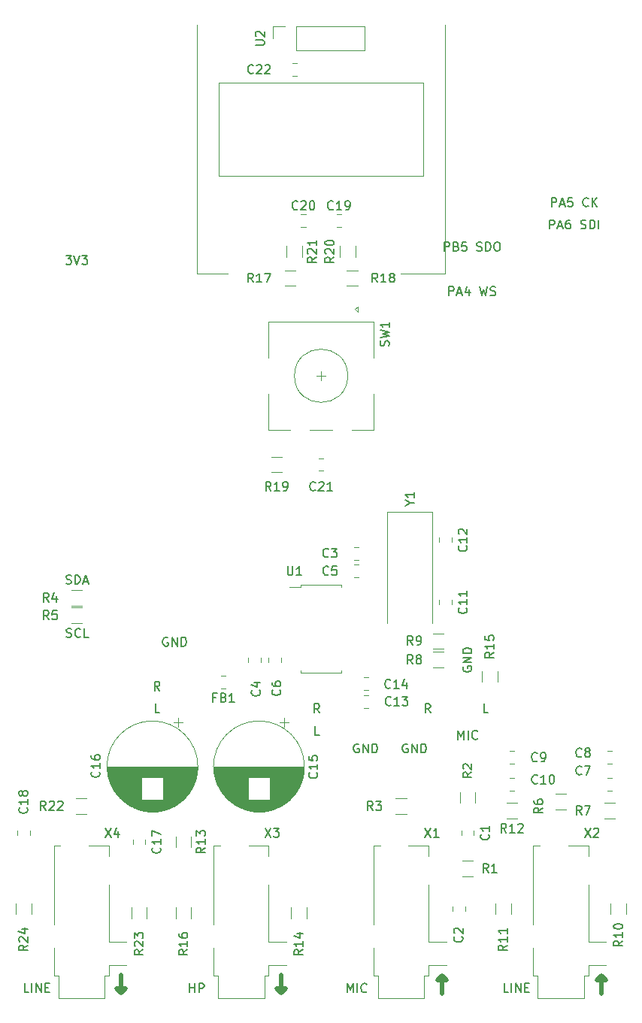
<source format=gbr>
%TF.GenerationSoftware,KiCad,Pcbnew,(5.1.6)-1*%
%TF.CreationDate,2021-01-03T17:25:38+01:00*%
%TF.ProjectId,Nucleo144_DSP,4e75636c-656f-4313-9434-5f4453502e6b,rev?*%
%TF.SameCoordinates,Original*%
%TF.FileFunction,Legend,Top*%
%TF.FilePolarity,Positive*%
%FSLAX46Y46*%
G04 Gerber Fmt 4.6, Leading zero omitted, Abs format (unit mm)*
G04 Created by KiCad (PCBNEW (5.1.6)-1) date 2021-01-03 17:25:38*
%MOMM*%
%LPD*%
G01*
G04 APERTURE LIST*
%ADD10C,0.150000*%
%ADD11C,0.120000*%
%ADD12C,0.500000*%
G04 APERTURE END LIST*
D10*
X150404761Y-90452380D02*
X150404761Y-89452380D01*
X150785714Y-89452380D01*
X150880952Y-89500000D01*
X150928571Y-89547619D01*
X150976190Y-89642857D01*
X150976190Y-89785714D01*
X150928571Y-89880952D01*
X150880952Y-89928571D01*
X150785714Y-89976190D01*
X150404761Y-89976190D01*
X151357142Y-90166666D02*
X151833333Y-90166666D01*
X151261904Y-90452380D02*
X151595238Y-89452380D01*
X151928571Y-90452380D01*
X152690476Y-89785714D02*
X152690476Y-90452380D01*
X152452380Y-89404761D02*
X152214285Y-90119047D01*
X152833333Y-90119047D01*
X153880952Y-89452380D02*
X154119047Y-90452380D01*
X154309523Y-89738095D01*
X154500000Y-90452380D01*
X154738095Y-89452380D01*
X155071428Y-90404761D02*
X155214285Y-90452380D01*
X155452380Y-90452380D01*
X155547619Y-90404761D01*
X155595238Y-90357142D01*
X155642857Y-90261904D01*
X155642857Y-90166666D01*
X155595238Y-90071428D01*
X155547619Y-90023809D01*
X155452380Y-89976190D01*
X155261904Y-89928571D01*
X155166666Y-89880952D01*
X155119047Y-89833333D01*
X155071428Y-89738095D01*
X155071428Y-89642857D01*
X155119047Y-89547619D01*
X155166666Y-89500000D01*
X155261904Y-89452380D01*
X155500000Y-89452380D01*
X155642857Y-89500000D01*
X149880952Y-85452380D02*
X149880952Y-84452380D01*
X150261904Y-84452380D01*
X150357142Y-84500000D01*
X150404761Y-84547619D01*
X150452380Y-84642857D01*
X150452380Y-84785714D01*
X150404761Y-84880952D01*
X150357142Y-84928571D01*
X150261904Y-84976190D01*
X149880952Y-84976190D01*
X151214285Y-84928571D02*
X151357142Y-84976190D01*
X151404761Y-85023809D01*
X151452380Y-85119047D01*
X151452380Y-85261904D01*
X151404761Y-85357142D01*
X151357142Y-85404761D01*
X151261904Y-85452380D01*
X150880952Y-85452380D01*
X150880952Y-84452380D01*
X151214285Y-84452380D01*
X151309523Y-84500000D01*
X151357142Y-84547619D01*
X151404761Y-84642857D01*
X151404761Y-84738095D01*
X151357142Y-84833333D01*
X151309523Y-84880952D01*
X151214285Y-84928571D01*
X150880952Y-84928571D01*
X152357142Y-84452380D02*
X151880952Y-84452380D01*
X151833333Y-84928571D01*
X151880952Y-84880952D01*
X151976190Y-84833333D01*
X152214285Y-84833333D01*
X152309523Y-84880952D01*
X152357142Y-84928571D01*
X152404761Y-85023809D01*
X152404761Y-85261904D01*
X152357142Y-85357142D01*
X152309523Y-85404761D01*
X152214285Y-85452380D01*
X151976190Y-85452380D01*
X151880952Y-85404761D01*
X151833333Y-85357142D01*
X153547619Y-85404761D02*
X153690476Y-85452380D01*
X153928571Y-85452380D01*
X154023809Y-85404761D01*
X154071428Y-85357142D01*
X154119047Y-85261904D01*
X154119047Y-85166666D01*
X154071428Y-85071428D01*
X154023809Y-85023809D01*
X153928571Y-84976190D01*
X153738095Y-84928571D01*
X153642857Y-84880952D01*
X153595238Y-84833333D01*
X153547619Y-84738095D01*
X153547619Y-84642857D01*
X153595238Y-84547619D01*
X153642857Y-84500000D01*
X153738095Y-84452380D01*
X153976190Y-84452380D01*
X154119047Y-84500000D01*
X154547619Y-85452380D02*
X154547619Y-84452380D01*
X154785714Y-84452380D01*
X154928571Y-84500000D01*
X155023809Y-84595238D01*
X155071428Y-84690476D01*
X155119047Y-84880952D01*
X155119047Y-85023809D01*
X155071428Y-85214285D01*
X155023809Y-85309523D01*
X154928571Y-85404761D01*
X154785714Y-85452380D01*
X154547619Y-85452380D01*
X155738095Y-84452380D02*
X155928571Y-84452380D01*
X156023809Y-84500000D01*
X156119047Y-84595238D01*
X156166666Y-84785714D01*
X156166666Y-85119047D01*
X156119047Y-85309523D01*
X156023809Y-85404761D01*
X155928571Y-85452380D01*
X155738095Y-85452380D01*
X155642857Y-85404761D01*
X155547619Y-85309523D01*
X155500000Y-85119047D01*
X155500000Y-84785714D01*
X155547619Y-84595238D01*
X155642857Y-84500000D01*
X155738095Y-84452380D01*
X161738095Y-82952380D02*
X161738095Y-81952380D01*
X162119047Y-81952380D01*
X162214285Y-82000000D01*
X162261904Y-82047619D01*
X162309523Y-82142857D01*
X162309523Y-82285714D01*
X162261904Y-82380952D01*
X162214285Y-82428571D01*
X162119047Y-82476190D01*
X161738095Y-82476190D01*
X162690476Y-82666666D02*
X163166666Y-82666666D01*
X162595238Y-82952380D02*
X162928571Y-81952380D01*
X163261904Y-82952380D01*
X164023809Y-81952380D02*
X163833333Y-81952380D01*
X163738095Y-82000000D01*
X163690476Y-82047619D01*
X163595238Y-82190476D01*
X163547619Y-82380952D01*
X163547619Y-82761904D01*
X163595238Y-82857142D01*
X163642857Y-82904761D01*
X163738095Y-82952380D01*
X163928571Y-82952380D01*
X164023809Y-82904761D01*
X164071428Y-82857142D01*
X164119047Y-82761904D01*
X164119047Y-82523809D01*
X164071428Y-82428571D01*
X164023809Y-82380952D01*
X163928571Y-82333333D01*
X163738095Y-82333333D01*
X163642857Y-82380952D01*
X163595238Y-82428571D01*
X163547619Y-82523809D01*
X165261904Y-82904761D02*
X165404761Y-82952380D01*
X165642857Y-82952380D01*
X165738095Y-82904761D01*
X165785714Y-82857142D01*
X165833333Y-82761904D01*
X165833333Y-82666666D01*
X165785714Y-82571428D01*
X165738095Y-82523809D01*
X165642857Y-82476190D01*
X165452380Y-82428571D01*
X165357142Y-82380952D01*
X165309523Y-82333333D01*
X165261904Y-82238095D01*
X165261904Y-82142857D01*
X165309523Y-82047619D01*
X165357142Y-82000000D01*
X165452380Y-81952380D01*
X165690476Y-81952380D01*
X165833333Y-82000000D01*
X166261904Y-82952380D02*
X166261904Y-81952380D01*
X166500000Y-81952380D01*
X166642857Y-82000000D01*
X166738095Y-82095238D01*
X166785714Y-82190476D01*
X166833333Y-82380952D01*
X166833333Y-82523809D01*
X166785714Y-82714285D01*
X166738095Y-82809523D01*
X166642857Y-82904761D01*
X166500000Y-82952380D01*
X166261904Y-82952380D01*
X167261904Y-82952380D02*
X167261904Y-81952380D01*
X161952380Y-80452380D02*
X161952380Y-79452380D01*
X162333333Y-79452380D01*
X162428571Y-79500000D01*
X162476190Y-79547619D01*
X162523809Y-79642857D01*
X162523809Y-79785714D01*
X162476190Y-79880952D01*
X162428571Y-79928571D01*
X162333333Y-79976190D01*
X161952380Y-79976190D01*
X162904761Y-80166666D02*
X163380952Y-80166666D01*
X162809523Y-80452380D02*
X163142857Y-79452380D01*
X163476190Y-80452380D01*
X164285714Y-79452380D02*
X163809523Y-79452380D01*
X163761904Y-79928571D01*
X163809523Y-79880952D01*
X163904761Y-79833333D01*
X164142857Y-79833333D01*
X164238095Y-79880952D01*
X164285714Y-79928571D01*
X164333333Y-80023809D01*
X164333333Y-80261904D01*
X164285714Y-80357142D01*
X164238095Y-80404761D01*
X164142857Y-80452380D01*
X163904761Y-80452380D01*
X163809523Y-80404761D01*
X163761904Y-80357142D01*
X166095238Y-80357142D02*
X166047619Y-80404761D01*
X165904761Y-80452380D01*
X165809523Y-80452380D01*
X165666666Y-80404761D01*
X165571428Y-80309523D01*
X165523809Y-80214285D01*
X165476190Y-80023809D01*
X165476190Y-79880952D01*
X165523809Y-79690476D01*
X165571428Y-79595238D01*
X165666666Y-79500000D01*
X165809523Y-79452380D01*
X165904761Y-79452380D01*
X166047619Y-79500000D01*
X166095238Y-79547619D01*
X166523809Y-80452380D02*
X166523809Y-79452380D01*
X167095238Y-80452380D02*
X166666666Y-79880952D01*
X167095238Y-79452380D02*
X166523809Y-80023809D01*
X107309523Y-128904761D02*
X107452380Y-128952380D01*
X107690476Y-128952380D01*
X107785714Y-128904761D01*
X107833333Y-128857142D01*
X107880952Y-128761904D01*
X107880952Y-128666666D01*
X107833333Y-128571428D01*
X107785714Y-128523809D01*
X107690476Y-128476190D01*
X107500000Y-128428571D01*
X107404761Y-128380952D01*
X107357142Y-128333333D01*
X107309523Y-128238095D01*
X107309523Y-128142857D01*
X107357142Y-128047619D01*
X107404761Y-128000000D01*
X107500000Y-127952380D01*
X107738095Y-127952380D01*
X107880952Y-128000000D01*
X108880952Y-128857142D02*
X108833333Y-128904761D01*
X108690476Y-128952380D01*
X108595238Y-128952380D01*
X108452380Y-128904761D01*
X108357142Y-128809523D01*
X108309523Y-128714285D01*
X108261904Y-128523809D01*
X108261904Y-128380952D01*
X108309523Y-128190476D01*
X108357142Y-128095238D01*
X108452380Y-128000000D01*
X108595238Y-127952380D01*
X108690476Y-127952380D01*
X108833333Y-128000000D01*
X108880952Y-128047619D01*
X109785714Y-128952380D02*
X109309523Y-128952380D01*
X109309523Y-127952380D01*
X107285714Y-122904761D02*
X107428571Y-122952380D01*
X107666666Y-122952380D01*
X107761904Y-122904761D01*
X107809523Y-122857142D01*
X107857142Y-122761904D01*
X107857142Y-122666666D01*
X107809523Y-122571428D01*
X107761904Y-122523809D01*
X107666666Y-122476190D01*
X107476190Y-122428571D01*
X107380952Y-122380952D01*
X107333333Y-122333333D01*
X107285714Y-122238095D01*
X107285714Y-122142857D01*
X107333333Y-122047619D01*
X107380952Y-122000000D01*
X107476190Y-121952380D01*
X107714285Y-121952380D01*
X107857142Y-122000000D01*
X108285714Y-122952380D02*
X108285714Y-121952380D01*
X108523809Y-121952380D01*
X108666666Y-122000000D01*
X108761904Y-122095238D01*
X108809523Y-122190476D01*
X108857142Y-122380952D01*
X108857142Y-122523809D01*
X108809523Y-122714285D01*
X108761904Y-122809523D01*
X108666666Y-122904761D01*
X108523809Y-122952380D01*
X108285714Y-122952380D01*
X109238095Y-122666666D02*
X109714285Y-122666666D01*
X109142857Y-122952380D02*
X109476190Y-121952380D01*
X109809523Y-122952380D01*
X107261904Y-85952380D02*
X107880952Y-85952380D01*
X107547619Y-86333333D01*
X107690476Y-86333333D01*
X107785714Y-86380952D01*
X107833333Y-86428571D01*
X107880952Y-86523809D01*
X107880952Y-86761904D01*
X107833333Y-86857142D01*
X107785714Y-86904761D01*
X107690476Y-86952380D01*
X107404761Y-86952380D01*
X107309523Y-86904761D01*
X107261904Y-86857142D01*
X108166666Y-85952380D02*
X108500000Y-86952380D01*
X108833333Y-85952380D01*
X109071428Y-85952380D02*
X109690476Y-85952380D01*
X109357142Y-86333333D01*
X109500000Y-86333333D01*
X109595238Y-86380952D01*
X109642857Y-86428571D01*
X109690476Y-86523809D01*
X109690476Y-86761904D01*
X109642857Y-86857142D01*
X109595238Y-86904761D01*
X109500000Y-86952380D01*
X109214285Y-86952380D01*
X109119047Y-86904761D01*
X109071428Y-86857142D01*
X118738095Y-129000000D02*
X118642857Y-128952380D01*
X118500000Y-128952380D01*
X118357142Y-129000000D01*
X118261904Y-129095238D01*
X118214285Y-129190476D01*
X118166666Y-129380952D01*
X118166666Y-129523809D01*
X118214285Y-129714285D01*
X118261904Y-129809523D01*
X118357142Y-129904761D01*
X118500000Y-129952380D01*
X118595238Y-129952380D01*
X118738095Y-129904761D01*
X118785714Y-129857142D01*
X118785714Y-129523809D01*
X118595238Y-129523809D01*
X119214285Y-129952380D02*
X119214285Y-128952380D01*
X119785714Y-129952380D01*
X119785714Y-128952380D01*
X120261904Y-129952380D02*
X120261904Y-128952380D01*
X120500000Y-128952380D01*
X120642857Y-129000000D01*
X120738095Y-129095238D01*
X120785714Y-129190476D01*
X120833333Y-129380952D01*
X120833333Y-129523809D01*
X120785714Y-129714285D01*
X120738095Y-129809523D01*
X120642857Y-129904761D01*
X120500000Y-129952380D01*
X120261904Y-129952380D01*
X117809523Y-137452380D02*
X117333333Y-137452380D01*
X117333333Y-136452380D01*
X117809523Y-134952380D02*
X117476190Y-134476190D01*
X117238095Y-134952380D02*
X117238095Y-133952380D01*
X117619047Y-133952380D01*
X117714285Y-134000000D01*
X117761904Y-134047619D01*
X117809523Y-134142857D01*
X117809523Y-134285714D01*
X117761904Y-134380952D01*
X117714285Y-134428571D01*
X117619047Y-134476190D01*
X117238095Y-134476190D01*
X135809523Y-137452380D02*
X135476190Y-136976190D01*
X135238095Y-137452380D02*
X135238095Y-136452380D01*
X135619047Y-136452380D01*
X135714285Y-136500000D01*
X135761904Y-136547619D01*
X135809523Y-136642857D01*
X135809523Y-136785714D01*
X135761904Y-136880952D01*
X135714285Y-136928571D01*
X135619047Y-136976190D01*
X135238095Y-136976190D01*
X135809523Y-139952380D02*
X135333333Y-139952380D01*
X135333333Y-138952380D01*
X140238095Y-141000000D02*
X140142857Y-140952380D01*
X140000000Y-140952380D01*
X139857142Y-141000000D01*
X139761904Y-141095238D01*
X139714285Y-141190476D01*
X139666666Y-141380952D01*
X139666666Y-141523809D01*
X139714285Y-141714285D01*
X139761904Y-141809523D01*
X139857142Y-141904761D01*
X140000000Y-141952380D01*
X140095238Y-141952380D01*
X140238095Y-141904761D01*
X140285714Y-141857142D01*
X140285714Y-141523809D01*
X140095238Y-141523809D01*
X140714285Y-141952380D02*
X140714285Y-140952380D01*
X141285714Y-141952380D01*
X141285714Y-140952380D01*
X141761904Y-141952380D02*
X141761904Y-140952380D01*
X142000000Y-140952380D01*
X142142857Y-141000000D01*
X142238095Y-141095238D01*
X142285714Y-141190476D01*
X142333333Y-141380952D01*
X142333333Y-141523809D01*
X142285714Y-141714285D01*
X142238095Y-141809523D01*
X142142857Y-141904761D01*
X142000000Y-141952380D01*
X141761904Y-141952380D01*
X152000000Y-132261904D02*
X151952380Y-132357142D01*
X151952380Y-132500000D01*
X152000000Y-132642857D01*
X152095238Y-132738095D01*
X152190476Y-132785714D01*
X152380952Y-132833333D01*
X152523809Y-132833333D01*
X152714285Y-132785714D01*
X152809523Y-132738095D01*
X152904761Y-132642857D01*
X152952380Y-132500000D01*
X152952380Y-132404761D01*
X152904761Y-132261904D01*
X152857142Y-132214285D01*
X152523809Y-132214285D01*
X152523809Y-132404761D01*
X152952380Y-131785714D02*
X151952380Y-131785714D01*
X152952380Y-131214285D01*
X151952380Y-131214285D01*
X152952380Y-130738095D02*
X151952380Y-130738095D01*
X151952380Y-130500000D01*
X152000000Y-130357142D01*
X152095238Y-130261904D01*
X152190476Y-130214285D01*
X152380952Y-130166666D01*
X152523809Y-130166666D01*
X152714285Y-130214285D01*
X152809523Y-130261904D01*
X152904761Y-130357142D01*
X152952380Y-130500000D01*
X152952380Y-130738095D01*
X145738095Y-141000000D02*
X145642857Y-140952380D01*
X145500000Y-140952380D01*
X145357142Y-141000000D01*
X145261904Y-141095238D01*
X145214285Y-141190476D01*
X145166666Y-141380952D01*
X145166666Y-141523809D01*
X145214285Y-141714285D01*
X145261904Y-141809523D01*
X145357142Y-141904761D01*
X145500000Y-141952380D01*
X145595238Y-141952380D01*
X145738095Y-141904761D01*
X145785714Y-141857142D01*
X145785714Y-141523809D01*
X145595238Y-141523809D01*
X146214285Y-141952380D02*
X146214285Y-140952380D01*
X146785714Y-141952380D01*
X146785714Y-140952380D01*
X147261904Y-141952380D02*
X147261904Y-140952380D01*
X147500000Y-140952380D01*
X147642857Y-141000000D01*
X147738095Y-141095238D01*
X147785714Y-141190476D01*
X147833333Y-141380952D01*
X147833333Y-141523809D01*
X147785714Y-141714285D01*
X147738095Y-141809523D01*
X147642857Y-141904761D01*
X147500000Y-141952380D01*
X147261904Y-141952380D01*
X148309523Y-137452380D02*
X147976190Y-136976190D01*
X147738095Y-137452380D02*
X147738095Y-136452380D01*
X148119047Y-136452380D01*
X148214285Y-136500000D01*
X148261904Y-136547619D01*
X148309523Y-136642857D01*
X148309523Y-136785714D01*
X148261904Y-136880952D01*
X148214285Y-136928571D01*
X148119047Y-136976190D01*
X147738095Y-136976190D01*
X151428571Y-140452380D02*
X151428571Y-139452380D01*
X151761904Y-140166666D01*
X152095238Y-139452380D01*
X152095238Y-140452380D01*
X152571428Y-140452380D02*
X152571428Y-139452380D01*
X153619047Y-140357142D02*
X153571428Y-140404761D01*
X153428571Y-140452380D01*
X153333333Y-140452380D01*
X153190476Y-140404761D01*
X153095238Y-140309523D01*
X153047619Y-140214285D01*
X153000000Y-140023809D01*
X153000000Y-139880952D01*
X153047619Y-139690476D01*
X153095238Y-139595238D01*
X153190476Y-139500000D01*
X153333333Y-139452380D01*
X153428571Y-139452380D01*
X153571428Y-139500000D01*
X153619047Y-139547619D01*
X154809523Y-137452380D02*
X154333333Y-137452380D01*
X154333333Y-136452380D01*
D11*
X124500000Y-77000000D02*
X124500000Y-66500000D01*
X147500000Y-77000000D02*
X124500000Y-77000000D01*
X147500000Y-66500000D02*
X147500000Y-77000000D01*
X124500000Y-66500000D02*
X147500000Y-66500000D01*
X122000000Y-88000000D02*
X125500000Y-88000000D01*
X150000000Y-88000000D02*
X145000000Y-88000000D01*
X150000000Y-60000000D02*
X150000000Y-88000000D01*
X122000000Y-60000000D02*
X122000000Y-88000000D01*
D12*
X167100000Y-167600000D02*
X168100000Y-167600000D01*
X167100000Y-167600000D02*
X167600000Y-167100000D01*
X167600000Y-169100000D02*
X167600000Y-167100000D01*
X167600000Y-167100000D02*
X168100000Y-167600000D01*
X149100000Y-167600000D02*
X150100000Y-167600000D01*
X149600000Y-167100000D02*
X150100000Y-167600000D01*
X149100000Y-167600000D02*
X149600000Y-167100000D01*
X149600000Y-169100000D02*
X149600000Y-167100000D01*
X132000000Y-168500000D02*
X131500000Y-169000000D01*
X132000000Y-168500000D02*
X131000000Y-168500000D01*
X131500000Y-167000000D02*
X131500000Y-169000000D01*
X131500000Y-169000000D02*
X131000000Y-168500000D01*
X114000000Y-168500000D02*
X113000000Y-168500000D01*
X114000000Y-168500000D02*
X113500000Y-169000000D01*
X113500000Y-169000000D02*
X113000000Y-168500000D01*
X113500000Y-167000000D02*
X113500000Y-169000000D01*
D10*
X157095238Y-168952380D02*
X156619047Y-168952380D01*
X156619047Y-167952380D01*
X157428571Y-168952380D02*
X157428571Y-167952380D01*
X157904761Y-168952380D02*
X157904761Y-167952380D01*
X158476190Y-168952380D01*
X158476190Y-167952380D01*
X158952380Y-168428571D02*
X159285714Y-168428571D01*
X159428571Y-168952380D02*
X158952380Y-168952380D01*
X158952380Y-167952380D01*
X159428571Y-167952380D01*
X138928571Y-168952380D02*
X138928571Y-167952380D01*
X139261904Y-168666666D01*
X139595238Y-167952380D01*
X139595238Y-168952380D01*
X140071428Y-168952380D02*
X140071428Y-167952380D01*
X141119047Y-168857142D02*
X141071428Y-168904761D01*
X140928571Y-168952380D01*
X140833333Y-168952380D01*
X140690476Y-168904761D01*
X140595238Y-168809523D01*
X140547619Y-168714285D01*
X140500000Y-168523809D01*
X140500000Y-168380952D01*
X140547619Y-168190476D01*
X140595238Y-168095238D01*
X140690476Y-168000000D01*
X140833333Y-167952380D01*
X140928571Y-167952380D01*
X141071428Y-168000000D01*
X141119047Y-168047619D01*
X121214285Y-168952380D02*
X121214285Y-167952380D01*
X121214285Y-168428571D02*
X121785714Y-168428571D01*
X121785714Y-168952380D02*
X121785714Y-167952380D01*
X122261904Y-168952380D02*
X122261904Y-167952380D01*
X122642857Y-167952380D01*
X122738095Y-168000000D01*
X122785714Y-168047619D01*
X122833333Y-168142857D01*
X122833333Y-168285714D01*
X122785714Y-168380952D01*
X122738095Y-168428571D01*
X122642857Y-168476190D01*
X122261904Y-168476190D01*
X103095238Y-168952380D02*
X102619047Y-168952380D01*
X102619047Y-167952380D01*
X103428571Y-168952380D02*
X103428571Y-167952380D01*
X103904761Y-168952380D02*
X103904761Y-167952380D01*
X104476190Y-168952380D01*
X104476190Y-167952380D01*
X104952380Y-168428571D02*
X105285714Y-168428571D01*
X105428571Y-168952380D02*
X104952380Y-168952380D01*
X104952380Y-167952380D01*
X105428571Y-167952380D01*
D11*
%TO.C,C16*%
X122120000Y-143500000D02*
G75*
G03*
X122120000Y-143500000I-5120000J0D01*
G01*
X122080000Y-143500000D02*
X111920000Y-143500000D01*
X122080000Y-143540000D02*
X111920000Y-143540000D01*
X122080000Y-143580000D02*
X111920000Y-143580000D01*
X122079000Y-143620000D02*
X111921000Y-143620000D01*
X122078000Y-143660000D02*
X111922000Y-143660000D01*
X122077000Y-143700000D02*
X111923000Y-143700000D01*
X122075000Y-143740000D02*
X111925000Y-143740000D01*
X122073000Y-143780000D02*
X111927000Y-143780000D01*
X122070000Y-143820000D02*
X111930000Y-143820000D01*
X122068000Y-143860000D02*
X111932000Y-143860000D01*
X122065000Y-143900000D02*
X111935000Y-143900000D01*
X122062000Y-143940000D02*
X111938000Y-143940000D01*
X122058000Y-143980000D02*
X111942000Y-143980000D01*
X122054000Y-144020000D02*
X111946000Y-144020000D01*
X122050000Y-144060000D02*
X111950000Y-144060000D01*
X122045000Y-144100000D02*
X111955000Y-144100000D01*
X122040000Y-144140000D02*
X111960000Y-144140000D01*
X122035000Y-144180000D02*
X111965000Y-144180000D01*
X122030000Y-144221000D02*
X111970000Y-144221000D01*
X122024000Y-144261000D02*
X111976000Y-144261000D01*
X122018000Y-144301000D02*
X111982000Y-144301000D01*
X122011000Y-144341000D02*
X111989000Y-144341000D01*
X122004000Y-144381000D02*
X111996000Y-144381000D01*
X121997000Y-144421000D02*
X112003000Y-144421000D01*
X121990000Y-144461000D02*
X112010000Y-144461000D01*
X121982000Y-144501000D02*
X112018000Y-144501000D01*
X121974000Y-144541000D02*
X112026000Y-144541000D01*
X121965000Y-144581000D02*
X112035000Y-144581000D01*
X121956000Y-144621000D02*
X112044000Y-144621000D01*
X121947000Y-144661000D02*
X112053000Y-144661000D01*
X121938000Y-144701000D02*
X112062000Y-144701000D01*
X121928000Y-144741000D02*
X112072000Y-144741000D01*
X121918000Y-144781000D02*
X118241000Y-144781000D01*
X115759000Y-144781000D02*
X112082000Y-144781000D01*
X121907000Y-144821000D02*
X118241000Y-144821000D01*
X115759000Y-144821000D02*
X112093000Y-144821000D01*
X121897000Y-144861000D02*
X118241000Y-144861000D01*
X115759000Y-144861000D02*
X112103000Y-144861000D01*
X121885000Y-144901000D02*
X118241000Y-144901000D01*
X115759000Y-144901000D02*
X112115000Y-144901000D01*
X121874000Y-144941000D02*
X118241000Y-144941000D01*
X115759000Y-144941000D02*
X112126000Y-144941000D01*
X121862000Y-144981000D02*
X118241000Y-144981000D01*
X115759000Y-144981000D02*
X112138000Y-144981000D01*
X121850000Y-145021000D02*
X118241000Y-145021000D01*
X115759000Y-145021000D02*
X112150000Y-145021000D01*
X121837000Y-145061000D02*
X118241000Y-145061000D01*
X115759000Y-145061000D02*
X112163000Y-145061000D01*
X121824000Y-145101000D02*
X118241000Y-145101000D01*
X115759000Y-145101000D02*
X112176000Y-145101000D01*
X121811000Y-145141000D02*
X118241000Y-145141000D01*
X115759000Y-145141000D02*
X112189000Y-145141000D01*
X121797000Y-145181000D02*
X118241000Y-145181000D01*
X115759000Y-145181000D02*
X112203000Y-145181000D01*
X121783000Y-145221000D02*
X118241000Y-145221000D01*
X115759000Y-145221000D02*
X112217000Y-145221000D01*
X121768000Y-145261000D02*
X118241000Y-145261000D01*
X115759000Y-145261000D02*
X112232000Y-145261000D01*
X121754000Y-145301000D02*
X118241000Y-145301000D01*
X115759000Y-145301000D02*
X112246000Y-145301000D01*
X121738000Y-145341000D02*
X118241000Y-145341000D01*
X115759000Y-145341000D02*
X112262000Y-145341000D01*
X121723000Y-145381000D02*
X118241000Y-145381000D01*
X115759000Y-145381000D02*
X112277000Y-145381000D01*
X121707000Y-145421000D02*
X118241000Y-145421000D01*
X115759000Y-145421000D02*
X112293000Y-145421000D01*
X121690000Y-145461000D02*
X118241000Y-145461000D01*
X115759000Y-145461000D02*
X112310000Y-145461000D01*
X121674000Y-145501000D02*
X118241000Y-145501000D01*
X115759000Y-145501000D02*
X112326000Y-145501000D01*
X121657000Y-145541000D02*
X118241000Y-145541000D01*
X115759000Y-145541000D02*
X112343000Y-145541000D01*
X121639000Y-145581000D02*
X118241000Y-145581000D01*
X115759000Y-145581000D02*
X112361000Y-145581000D01*
X121621000Y-145621000D02*
X118241000Y-145621000D01*
X115759000Y-145621000D02*
X112379000Y-145621000D01*
X121603000Y-145661000D02*
X118241000Y-145661000D01*
X115759000Y-145661000D02*
X112397000Y-145661000D01*
X121584000Y-145701000D02*
X118241000Y-145701000D01*
X115759000Y-145701000D02*
X112416000Y-145701000D01*
X121564000Y-145741000D02*
X118241000Y-145741000D01*
X115759000Y-145741000D02*
X112436000Y-145741000D01*
X121545000Y-145781000D02*
X118241000Y-145781000D01*
X115759000Y-145781000D02*
X112455000Y-145781000D01*
X121525000Y-145821000D02*
X118241000Y-145821000D01*
X115759000Y-145821000D02*
X112475000Y-145821000D01*
X121504000Y-145861000D02*
X118241000Y-145861000D01*
X115759000Y-145861000D02*
X112496000Y-145861000D01*
X121483000Y-145901000D02*
X118241000Y-145901000D01*
X115759000Y-145901000D02*
X112517000Y-145901000D01*
X121462000Y-145941000D02*
X118241000Y-145941000D01*
X115759000Y-145941000D02*
X112538000Y-145941000D01*
X121440000Y-145981000D02*
X118241000Y-145981000D01*
X115759000Y-145981000D02*
X112560000Y-145981000D01*
X121417000Y-146021000D02*
X118241000Y-146021000D01*
X115759000Y-146021000D02*
X112583000Y-146021000D01*
X121395000Y-146061000D02*
X118241000Y-146061000D01*
X115759000Y-146061000D02*
X112605000Y-146061000D01*
X121371000Y-146101000D02*
X118241000Y-146101000D01*
X115759000Y-146101000D02*
X112629000Y-146101000D01*
X121347000Y-146141000D02*
X118241000Y-146141000D01*
X115759000Y-146141000D02*
X112653000Y-146141000D01*
X121323000Y-146181000D02*
X118241000Y-146181000D01*
X115759000Y-146181000D02*
X112677000Y-146181000D01*
X121298000Y-146221000D02*
X118241000Y-146221000D01*
X115759000Y-146221000D02*
X112702000Y-146221000D01*
X121273000Y-146261000D02*
X118241000Y-146261000D01*
X115759000Y-146261000D02*
X112727000Y-146261000D01*
X121247000Y-146301000D02*
X118241000Y-146301000D01*
X115759000Y-146301000D02*
X112753000Y-146301000D01*
X121221000Y-146341000D02*
X118241000Y-146341000D01*
X115759000Y-146341000D02*
X112779000Y-146341000D01*
X121194000Y-146381000D02*
X118241000Y-146381000D01*
X115759000Y-146381000D02*
X112806000Y-146381000D01*
X121166000Y-146421000D02*
X118241000Y-146421000D01*
X115759000Y-146421000D02*
X112834000Y-146421000D01*
X121138000Y-146461000D02*
X118241000Y-146461000D01*
X115759000Y-146461000D02*
X112862000Y-146461000D01*
X121110000Y-146501000D02*
X118241000Y-146501000D01*
X115759000Y-146501000D02*
X112890000Y-146501000D01*
X121080000Y-146541000D02*
X118241000Y-146541000D01*
X115759000Y-146541000D02*
X112920000Y-146541000D01*
X121050000Y-146581000D02*
X118241000Y-146581000D01*
X115759000Y-146581000D02*
X112950000Y-146581000D01*
X121020000Y-146621000D02*
X118241000Y-146621000D01*
X115759000Y-146621000D02*
X112980000Y-146621000D01*
X120989000Y-146661000D02*
X118241000Y-146661000D01*
X115759000Y-146661000D02*
X113011000Y-146661000D01*
X120957000Y-146701000D02*
X118241000Y-146701000D01*
X115759000Y-146701000D02*
X113043000Y-146701000D01*
X120925000Y-146741000D02*
X118241000Y-146741000D01*
X115759000Y-146741000D02*
X113075000Y-146741000D01*
X120892000Y-146781000D02*
X118241000Y-146781000D01*
X115759000Y-146781000D02*
X113108000Y-146781000D01*
X120858000Y-146821000D02*
X118241000Y-146821000D01*
X115759000Y-146821000D02*
X113142000Y-146821000D01*
X120824000Y-146861000D02*
X118241000Y-146861000D01*
X115759000Y-146861000D02*
X113176000Y-146861000D01*
X120789000Y-146901000D02*
X118241000Y-146901000D01*
X115759000Y-146901000D02*
X113211000Y-146901000D01*
X120753000Y-146941000D02*
X118241000Y-146941000D01*
X115759000Y-146941000D02*
X113247000Y-146941000D01*
X120716000Y-146981000D02*
X118241000Y-146981000D01*
X115759000Y-146981000D02*
X113284000Y-146981000D01*
X120679000Y-147021000D02*
X118241000Y-147021000D01*
X115759000Y-147021000D02*
X113321000Y-147021000D01*
X120640000Y-147061000D02*
X118241000Y-147061000D01*
X115759000Y-147061000D02*
X113360000Y-147061000D01*
X120601000Y-147101000D02*
X118241000Y-147101000D01*
X115759000Y-147101000D02*
X113399000Y-147101000D01*
X120561000Y-147141000D02*
X118241000Y-147141000D01*
X115759000Y-147141000D02*
X113439000Y-147141000D01*
X120520000Y-147181000D02*
X118241000Y-147181000D01*
X115759000Y-147181000D02*
X113480000Y-147181000D01*
X120478000Y-147221000D02*
X118241000Y-147221000D01*
X115759000Y-147221000D02*
X113522000Y-147221000D01*
X120436000Y-147261000D02*
X113564000Y-147261000D01*
X120392000Y-147301000D02*
X113608000Y-147301000D01*
X120347000Y-147341000D02*
X113653000Y-147341000D01*
X120301000Y-147381000D02*
X113699000Y-147381000D01*
X120254000Y-147421000D02*
X113746000Y-147421000D01*
X120206000Y-147461000D02*
X113794000Y-147461000D01*
X120156000Y-147501000D02*
X113844000Y-147501000D01*
X120106000Y-147541000D02*
X113894000Y-147541000D01*
X120054000Y-147581000D02*
X113946000Y-147581000D01*
X120000000Y-147621000D02*
X114000000Y-147621000D01*
X119945000Y-147661000D02*
X114055000Y-147661000D01*
X119889000Y-147701000D02*
X114111000Y-147701000D01*
X119830000Y-147741000D02*
X114170000Y-147741000D01*
X119770000Y-147781000D02*
X114230000Y-147781000D01*
X119709000Y-147821000D02*
X114291000Y-147821000D01*
X119645000Y-147861000D02*
X114355000Y-147861000D01*
X119579000Y-147901000D02*
X114421000Y-147901000D01*
X119510000Y-147941000D02*
X114490000Y-147941000D01*
X119439000Y-147981000D02*
X114561000Y-147981000D01*
X119365000Y-148021000D02*
X114635000Y-148021000D01*
X119289000Y-148061000D02*
X114711000Y-148061000D01*
X119209000Y-148101000D02*
X114791000Y-148101000D01*
X119125000Y-148141000D02*
X114875000Y-148141000D01*
X119037000Y-148181000D02*
X114963000Y-148181000D01*
X118944000Y-148221000D02*
X115056000Y-148221000D01*
X118846000Y-148261000D02*
X115154000Y-148261000D01*
X118742000Y-148301000D02*
X115258000Y-148301000D01*
X118630000Y-148341000D02*
X115370000Y-148341000D01*
X118510000Y-148381000D02*
X115490000Y-148381000D01*
X118378000Y-148421000D02*
X115622000Y-148421000D01*
X118230000Y-148461000D02*
X115770000Y-148461000D01*
X118062000Y-148501000D02*
X115938000Y-148501000D01*
X117862000Y-148541000D02*
X116138000Y-148541000D01*
X117599000Y-148581000D02*
X116401000Y-148581000D01*
X119875000Y-138020354D02*
X119875000Y-139020354D01*
X120375000Y-138520354D02*
X119375000Y-138520354D01*
%TO.C,Y1*%
X148550000Y-127400000D02*
X148550000Y-114800000D01*
X148550000Y-114800000D02*
X143450000Y-114800000D01*
X143450000Y-114800000D02*
X143450000Y-127400000D01*
%TO.C,C1*%
X153210000Y-151258578D02*
X153210000Y-150741422D01*
X151790000Y-151258578D02*
X151790000Y-150741422D01*
%TO.C,C3*%
X139741422Y-118790000D02*
X140258578Y-118790000D01*
X139741422Y-120210000D02*
X140258578Y-120210000D01*
%TO.C,C4*%
X129210000Y-131241422D02*
X129210000Y-131758578D01*
X127790000Y-131241422D02*
X127790000Y-131758578D01*
%TO.C,C2*%
X150790000Y-159758578D02*
X150790000Y-159241422D01*
X152210000Y-159758578D02*
X152210000Y-159241422D01*
%TO.C,C5*%
X139741422Y-122210000D02*
X140258578Y-122210000D01*
X139741422Y-120790000D02*
X140258578Y-120790000D01*
%TO.C,C6*%
X130090000Y-131241422D02*
X130090000Y-131758578D01*
X131510000Y-131241422D02*
X131510000Y-131758578D01*
%TO.C,C7*%
X168241422Y-144790000D02*
X168758578Y-144790000D01*
X168241422Y-146210000D02*
X168758578Y-146210000D01*
%TO.C,C8*%
X168758578Y-141790000D02*
X168241422Y-141790000D01*
X168758578Y-143210000D02*
X168241422Y-143210000D01*
%TO.C,C9*%
X157241422Y-143210000D02*
X157758578Y-143210000D01*
X157241422Y-141790000D02*
X157758578Y-141790000D01*
%TO.C,C10*%
X157241422Y-146210000D02*
X157758578Y-146210000D01*
X157241422Y-144790000D02*
X157758578Y-144790000D01*
%TO.C,C11*%
X150710000Y-124741422D02*
X150710000Y-125258578D01*
X149290000Y-124741422D02*
X149290000Y-125258578D01*
%TO.C,C12*%
X149290000Y-118258578D02*
X149290000Y-117741422D01*
X150710000Y-118258578D02*
X150710000Y-117741422D01*
%TO.C,C13*%
X141358578Y-136910000D02*
X140841422Y-136910000D01*
X141358578Y-135490000D02*
X140841422Y-135490000D01*
%TO.C,C14*%
X141358578Y-133490000D02*
X140841422Y-133490000D01*
X141358578Y-134910000D02*
X140841422Y-134910000D01*
%TO.C,C15*%
X132375000Y-138520354D02*
X131375000Y-138520354D01*
X131875000Y-138020354D02*
X131875000Y-139020354D01*
X129599000Y-148581000D02*
X128401000Y-148581000D01*
X129862000Y-148541000D02*
X128138000Y-148541000D01*
X130062000Y-148501000D02*
X127938000Y-148501000D01*
X130230000Y-148461000D02*
X127770000Y-148461000D01*
X130378000Y-148421000D02*
X127622000Y-148421000D01*
X130510000Y-148381000D02*
X127490000Y-148381000D01*
X130630000Y-148341000D02*
X127370000Y-148341000D01*
X130742000Y-148301000D02*
X127258000Y-148301000D01*
X130846000Y-148261000D02*
X127154000Y-148261000D01*
X130944000Y-148221000D02*
X127056000Y-148221000D01*
X131037000Y-148181000D02*
X126963000Y-148181000D01*
X131125000Y-148141000D02*
X126875000Y-148141000D01*
X131209000Y-148101000D02*
X126791000Y-148101000D01*
X131289000Y-148061000D02*
X126711000Y-148061000D01*
X131365000Y-148021000D02*
X126635000Y-148021000D01*
X131439000Y-147981000D02*
X126561000Y-147981000D01*
X131510000Y-147941000D02*
X126490000Y-147941000D01*
X131579000Y-147901000D02*
X126421000Y-147901000D01*
X131645000Y-147861000D02*
X126355000Y-147861000D01*
X131709000Y-147821000D02*
X126291000Y-147821000D01*
X131770000Y-147781000D02*
X126230000Y-147781000D01*
X131830000Y-147741000D02*
X126170000Y-147741000D01*
X131889000Y-147701000D02*
X126111000Y-147701000D01*
X131945000Y-147661000D02*
X126055000Y-147661000D01*
X132000000Y-147621000D02*
X126000000Y-147621000D01*
X132054000Y-147581000D02*
X125946000Y-147581000D01*
X132106000Y-147541000D02*
X125894000Y-147541000D01*
X132156000Y-147501000D02*
X125844000Y-147501000D01*
X132206000Y-147461000D02*
X125794000Y-147461000D01*
X132254000Y-147421000D02*
X125746000Y-147421000D01*
X132301000Y-147381000D02*
X125699000Y-147381000D01*
X132347000Y-147341000D02*
X125653000Y-147341000D01*
X132392000Y-147301000D02*
X125608000Y-147301000D01*
X132436000Y-147261000D02*
X125564000Y-147261000D01*
X127759000Y-147221000D02*
X125522000Y-147221000D01*
X132478000Y-147221000D02*
X130241000Y-147221000D01*
X127759000Y-147181000D02*
X125480000Y-147181000D01*
X132520000Y-147181000D02*
X130241000Y-147181000D01*
X127759000Y-147141000D02*
X125439000Y-147141000D01*
X132561000Y-147141000D02*
X130241000Y-147141000D01*
X127759000Y-147101000D02*
X125399000Y-147101000D01*
X132601000Y-147101000D02*
X130241000Y-147101000D01*
X127759000Y-147061000D02*
X125360000Y-147061000D01*
X132640000Y-147061000D02*
X130241000Y-147061000D01*
X127759000Y-147021000D02*
X125321000Y-147021000D01*
X132679000Y-147021000D02*
X130241000Y-147021000D01*
X127759000Y-146981000D02*
X125284000Y-146981000D01*
X132716000Y-146981000D02*
X130241000Y-146981000D01*
X127759000Y-146941000D02*
X125247000Y-146941000D01*
X132753000Y-146941000D02*
X130241000Y-146941000D01*
X127759000Y-146901000D02*
X125211000Y-146901000D01*
X132789000Y-146901000D02*
X130241000Y-146901000D01*
X127759000Y-146861000D02*
X125176000Y-146861000D01*
X132824000Y-146861000D02*
X130241000Y-146861000D01*
X127759000Y-146821000D02*
X125142000Y-146821000D01*
X132858000Y-146821000D02*
X130241000Y-146821000D01*
X127759000Y-146781000D02*
X125108000Y-146781000D01*
X132892000Y-146781000D02*
X130241000Y-146781000D01*
X127759000Y-146741000D02*
X125075000Y-146741000D01*
X132925000Y-146741000D02*
X130241000Y-146741000D01*
X127759000Y-146701000D02*
X125043000Y-146701000D01*
X132957000Y-146701000D02*
X130241000Y-146701000D01*
X127759000Y-146661000D02*
X125011000Y-146661000D01*
X132989000Y-146661000D02*
X130241000Y-146661000D01*
X127759000Y-146621000D02*
X124980000Y-146621000D01*
X133020000Y-146621000D02*
X130241000Y-146621000D01*
X127759000Y-146581000D02*
X124950000Y-146581000D01*
X133050000Y-146581000D02*
X130241000Y-146581000D01*
X127759000Y-146541000D02*
X124920000Y-146541000D01*
X133080000Y-146541000D02*
X130241000Y-146541000D01*
X127759000Y-146501000D02*
X124890000Y-146501000D01*
X133110000Y-146501000D02*
X130241000Y-146501000D01*
X127759000Y-146461000D02*
X124862000Y-146461000D01*
X133138000Y-146461000D02*
X130241000Y-146461000D01*
X127759000Y-146421000D02*
X124834000Y-146421000D01*
X133166000Y-146421000D02*
X130241000Y-146421000D01*
X127759000Y-146381000D02*
X124806000Y-146381000D01*
X133194000Y-146381000D02*
X130241000Y-146381000D01*
X127759000Y-146341000D02*
X124779000Y-146341000D01*
X133221000Y-146341000D02*
X130241000Y-146341000D01*
X127759000Y-146301000D02*
X124753000Y-146301000D01*
X133247000Y-146301000D02*
X130241000Y-146301000D01*
X127759000Y-146261000D02*
X124727000Y-146261000D01*
X133273000Y-146261000D02*
X130241000Y-146261000D01*
X127759000Y-146221000D02*
X124702000Y-146221000D01*
X133298000Y-146221000D02*
X130241000Y-146221000D01*
X127759000Y-146181000D02*
X124677000Y-146181000D01*
X133323000Y-146181000D02*
X130241000Y-146181000D01*
X127759000Y-146141000D02*
X124653000Y-146141000D01*
X133347000Y-146141000D02*
X130241000Y-146141000D01*
X127759000Y-146101000D02*
X124629000Y-146101000D01*
X133371000Y-146101000D02*
X130241000Y-146101000D01*
X127759000Y-146061000D02*
X124605000Y-146061000D01*
X133395000Y-146061000D02*
X130241000Y-146061000D01*
X127759000Y-146021000D02*
X124583000Y-146021000D01*
X133417000Y-146021000D02*
X130241000Y-146021000D01*
X127759000Y-145981000D02*
X124560000Y-145981000D01*
X133440000Y-145981000D02*
X130241000Y-145981000D01*
X127759000Y-145941000D02*
X124538000Y-145941000D01*
X133462000Y-145941000D02*
X130241000Y-145941000D01*
X127759000Y-145901000D02*
X124517000Y-145901000D01*
X133483000Y-145901000D02*
X130241000Y-145901000D01*
X127759000Y-145861000D02*
X124496000Y-145861000D01*
X133504000Y-145861000D02*
X130241000Y-145861000D01*
X127759000Y-145821000D02*
X124475000Y-145821000D01*
X133525000Y-145821000D02*
X130241000Y-145821000D01*
X127759000Y-145781000D02*
X124455000Y-145781000D01*
X133545000Y-145781000D02*
X130241000Y-145781000D01*
X127759000Y-145741000D02*
X124436000Y-145741000D01*
X133564000Y-145741000D02*
X130241000Y-145741000D01*
X127759000Y-145701000D02*
X124416000Y-145701000D01*
X133584000Y-145701000D02*
X130241000Y-145701000D01*
X127759000Y-145661000D02*
X124397000Y-145661000D01*
X133603000Y-145661000D02*
X130241000Y-145661000D01*
X127759000Y-145621000D02*
X124379000Y-145621000D01*
X133621000Y-145621000D02*
X130241000Y-145621000D01*
X127759000Y-145581000D02*
X124361000Y-145581000D01*
X133639000Y-145581000D02*
X130241000Y-145581000D01*
X127759000Y-145541000D02*
X124343000Y-145541000D01*
X133657000Y-145541000D02*
X130241000Y-145541000D01*
X127759000Y-145501000D02*
X124326000Y-145501000D01*
X133674000Y-145501000D02*
X130241000Y-145501000D01*
X127759000Y-145461000D02*
X124310000Y-145461000D01*
X133690000Y-145461000D02*
X130241000Y-145461000D01*
X127759000Y-145421000D02*
X124293000Y-145421000D01*
X133707000Y-145421000D02*
X130241000Y-145421000D01*
X127759000Y-145381000D02*
X124277000Y-145381000D01*
X133723000Y-145381000D02*
X130241000Y-145381000D01*
X127759000Y-145341000D02*
X124262000Y-145341000D01*
X133738000Y-145341000D02*
X130241000Y-145341000D01*
X127759000Y-145301000D02*
X124246000Y-145301000D01*
X133754000Y-145301000D02*
X130241000Y-145301000D01*
X127759000Y-145261000D02*
X124232000Y-145261000D01*
X133768000Y-145261000D02*
X130241000Y-145261000D01*
X127759000Y-145221000D02*
X124217000Y-145221000D01*
X133783000Y-145221000D02*
X130241000Y-145221000D01*
X127759000Y-145181000D02*
X124203000Y-145181000D01*
X133797000Y-145181000D02*
X130241000Y-145181000D01*
X127759000Y-145141000D02*
X124189000Y-145141000D01*
X133811000Y-145141000D02*
X130241000Y-145141000D01*
X127759000Y-145101000D02*
X124176000Y-145101000D01*
X133824000Y-145101000D02*
X130241000Y-145101000D01*
X127759000Y-145061000D02*
X124163000Y-145061000D01*
X133837000Y-145061000D02*
X130241000Y-145061000D01*
X127759000Y-145021000D02*
X124150000Y-145021000D01*
X133850000Y-145021000D02*
X130241000Y-145021000D01*
X127759000Y-144981000D02*
X124138000Y-144981000D01*
X133862000Y-144981000D02*
X130241000Y-144981000D01*
X127759000Y-144941000D02*
X124126000Y-144941000D01*
X133874000Y-144941000D02*
X130241000Y-144941000D01*
X127759000Y-144901000D02*
X124115000Y-144901000D01*
X133885000Y-144901000D02*
X130241000Y-144901000D01*
X127759000Y-144861000D02*
X124103000Y-144861000D01*
X133897000Y-144861000D02*
X130241000Y-144861000D01*
X127759000Y-144821000D02*
X124093000Y-144821000D01*
X133907000Y-144821000D02*
X130241000Y-144821000D01*
X127759000Y-144781000D02*
X124082000Y-144781000D01*
X133918000Y-144781000D02*
X130241000Y-144781000D01*
X133928000Y-144741000D02*
X124072000Y-144741000D01*
X133938000Y-144701000D02*
X124062000Y-144701000D01*
X133947000Y-144661000D02*
X124053000Y-144661000D01*
X133956000Y-144621000D02*
X124044000Y-144621000D01*
X133965000Y-144581000D02*
X124035000Y-144581000D01*
X133974000Y-144541000D02*
X124026000Y-144541000D01*
X133982000Y-144501000D02*
X124018000Y-144501000D01*
X133990000Y-144461000D02*
X124010000Y-144461000D01*
X133997000Y-144421000D02*
X124003000Y-144421000D01*
X134004000Y-144381000D02*
X123996000Y-144381000D01*
X134011000Y-144341000D02*
X123989000Y-144341000D01*
X134018000Y-144301000D02*
X123982000Y-144301000D01*
X134024000Y-144261000D02*
X123976000Y-144261000D01*
X134030000Y-144221000D02*
X123970000Y-144221000D01*
X134035000Y-144180000D02*
X123965000Y-144180000D01*
X134040000Y-144140000D02*
X123960000Y-144140000D01*
X134045000Y-144100000D02*
X123955000Y-144100000D01*
X134050000Y-144060000D02*
X123950000Y-144060000D01*
X134054000Y-144020000D02*
X123946000Y-144020000D01*
X134058000Y-143980000D02*
X123942000Y-143980000D01*
X134062000Y-143940000D02*
X123938000Y-143940000D01*
X134065000Y-143900000D02*
X123935000Y-143900000D01*
X134068000Y-143860000D02*
X123932000Y-143860000D01*
X134070000Y-143820000D02*
X123930000Y-143820000D01*
X134073000Y-143780000D02*
X123927000Y-143780000D01*
X134075000Y-143740000D02*
X123925000Y-143740000D01*
X134077000Y-143700000D02*
X123923000Y-143700000D01*
X134078000Y-143660000D02*
X123922000Y-143660000D01*
X134079000Y-143620000D02*
X123921000Y-143620000D01*
X134080000Y-143580000D02*
X123920000Y-143580000D01*
X134080000Y-143540000D02*
X123920000Y-143540000D01*
X134080000Y-143500000D02*
X123920000Y-143500000D01*
X134120000Y-143500000D02*
G75*
G03*
X134120000Y-143500000I-5120000J0D01*
G01*
%TO.C,C17*%
X116210000Y-152258578D02*
X116210000Y-151741422D01*
X114790000Y-152258578D02*
X114790000Y-151741422D01*
%TO.C,C18*%
X101790000Y-151258578D02*
X101790000Y-150741422D01*
X103210000Y-151258578D02*
X103210000Y-150741422D01*
%TO.C,C19*%
X137741422Y-82710000D02*
X138258578Y-82710000D01*
X137741422Y-81290000D02*
X138258578Y-81290000D01*
%TO.C,C20*%
X133741422Y-81290000D02*
X134258578Y-81290000D01*
X133741422Y-82710000D02*
X134258578Y-82710000D01*
%TO.C,C21*%
X135741422Y-108790000D02*
X136258578Y-108790000D01*
X135741422Y-110210000D02*
X136258578Y-110210000D01*
%TO.C,C22*%
X132741422Y-65710000D02*
X133258578Y-65710000D01*
X132741422Y-64290000D02*
X133258578Y-64290000D01*
%TO.C,FB1*%
X125258578Y-134710000D02*
X124741422Y-134710000D01*
X125258578Y-133290000D02*
X124741422Y-133290000D01*
%TO.C,R1*%
X153100000Y-155880000D02*
X151900000Y-155880000D01*
X151900000Y-154120000D02*
X153100000Y-154120000D01*
%TO.C,R2*%
X151620000Y-147600000D02*
X151620000Y-146400000D01*
X153380000Y-146400000D02*
X153380000Y-147600000D01*
%TO.C,R3*%
X144400000Y-147120000D02*
X145600000Y-147120000D01*
X145600000Y-148880000D02*
X144400000Y-148880000D01*
%TO.C,R4*%
X109100000Y-125380000D02*
X107900000Y-125380000D01*
X107900000Y-123620000D02*
X109100000Y-123620000D01*
%TO.C,R5*%
X107900000Y-125620000D02*
X109100000Y-125620000D01*
X109100000Y-127380000D02*
X107900000Y-127380000D01*
%TO.C,R7*%
X167900000Y-147620000D02*
X169100000Y-147620000D01*
X169100000Y-149380000D02*
X167900000Y-149380000D01*
%TO.C,R8*%
X149800000Y-132380000D02*
X148600000Y-132380000D01*
X148600000Y-130620000D02*
X149800000Y-130620000D01*
%TO.C,R9*%
X148600000Y-128520000D02*
X149800000Y-128520000D01*
X149800000Y-130280000D02*
X148600000Y-130280000D01*
%TO.C,R10*%
X168620000Y-160100000D02*
X168620000Y-158900000D01*
X170380000Y-158900000D02*
X170380000Y-160100000D01*
%TO.C,R11*%
X155620000Y-160100000D02*
X155620000Y-158900000D01*
X157380000Y-158900000D02*
X157380000Y-160100000D01*
%TO.C,R12*%
X158100000Y-149380000D02*
X156900000Y-149380000D01*
X156900000Y-147620000D02*
X158100000Y-147620000D01*
%TO.C,R14*%
X134380000Y-159400000D02*
X134380000Y-160600000D01*
X132620000Y-160600000D02*
X132620000Y-159400000D01*
%TO.C,R16*%
X121380000Y-159400000D02*
X121380000Y-160600000D01*
X119620000Y-160600000D02*
X119620000Y-159400000D01*
%TO.C,R13*%
X121380000Y-151400000D02*
X121380000Y-152600000D01*
X119620000Y-152600000D02*
X119620000Y-151400000D01*
%TO.C,R23*%
X116380000Y-159400000D02*
X116380000Y-160600000D01*
X114620000Y-160600000D02*
X114620000Y-159400000D01*
%TO.C,R24*%
X103380000Y-158900000D02*
X103380000Y-160100000D01*
X101620000Y-160100000D02*
X101620000Y-158900000D01*
%TO.C,R17*%
X133100000Y-89380000D02*
X131900000Y-89380000D01*
X131900000Y-87620000D02*
X133100000Y-87620000D01*
%TO.C,R18*%
X140100000Y-89380000D02*
X138900000Y-89380000D01*
X138900000Y-87620000D02*
X140100000Y-87620000D01*
%TO.C,R19*%
X131600000Y-110380000D02*
X130400000Y-110380000D01*
X130400000Y-108620000D02*
X131600000Y-108620000D01*
%TO.C,R20*%
X138120000Y-86100000D02*
X138120000Y-84900000D01*
X139880000Y-84900000D02*
X139880000Y-86100000D01*
%TO.C,R21*%
X132120000Y-86100000D02*
X132120000Y-84900000D01*
X133880000Y-84900000D02*
X133880000Y-86100000D01*
%TO.C,SW1*%
X136000000Y-99000000D02*
X136000000Y-100000000D01*
X136500000Y-99500000D02*
X135500000Y-99500000D01*
X132500000Y-105600000D02*
X130100000Y-105600000D01*
X137300000Y-105600000D02*
X134700000Y-105600000D01*
X141900000Y-105600000D02*
X139500000Y-105600000D01*
X140100000Y-92300000D02*
X139800000Y-92000000D01*
X140100000Y-91700000D02*
X140100000Y-92300000D01*
X139800000Y-92000000D02*
X140100000Y-91700000D01*
X141900000Y-93400000D02*
X130100000Y-93400000D01*
X141900000Y-97500000D02*
X141900000Y-93400000D01*
X130100000Y-97500000D02*
X130100000Y-93400000D01*
X130100000Y-105600000D02*
X130100000Y-101500000D01*
X141900000Y-101500000D02*
X141900000Y-105600000D01*
X139000000Y-99500000D02*
G75*
G03*
X139000000Y-99500000I-3000000J0D01*
G01*
%TO.C,U1*%
X136000000Y-132960000D02*
X138310000Y-132960000D01*
X138310000Y-132960000D02*
X138310000Y-132685000D01*
X136000000Y-132960000D02*
X133690000Y-132960000D01*
X133690000Y-132960000D02*
X133690000Y-132685000D01*
X136000000Y-123040000D02*
X138310000Y-123040000D01*
X138310000Y-123040000D02*
X138310000Y-123315000D01*
X136000000Y-123040000D02*
X133690000Y-123040000D01*
X133690000Y-123040000D02*
X133690000Y-123315000D01*
X133690000Y-123315000D02*
X132400000Y-123315000D01*
%TO.C,R6*%
X163600000Y-148380000D02*
X162400000Y-148380000D01*
X162400000Y-146620000D02*
X163600000Y-146620000D01*
%TO.C,R22*%
X108400000Y-147120000D02*
X109600000Y-147120000D01*
X109600000Y-148880000D02*
X108400000Y-148880000D01*
%TO.C,X1*%
X148100000Y-163300000D02*
X150100000Y-163300000D01*
X148100000Y-165900000D02*
X150100000Y-165900000D01*
X148100000Y-156800000D02*
X148100000Y-163300000D01*
X148100000Y-152400000D02*
X148100000Y-153600000D01*
X145850000Y-152400000D02*
X148100000Y-152400000D01*
X141900000Y-152400000D02*
X142650000Y-152400000D01*
X141900000Y-161300000D02*
X141900000Y-152400000D01*
X141900000Y-167100000D02*
X141900000Y-163900000D01*
X142400000Y-167100000D02*
X141900000Y-167100000D01*
X142400000Y-169600000D02*
X142400000Y-167100000D01*
X147600000Y-169600000D02*
X142400000Y-169600000D01*
X147600000Y-167100000D02*
X147600000Y-169600000D01*
X148100000Y-167100000D02*
X147600000Y-167100000D01*
X148100000Y-165900000D02*
X148100000Y-167100000D01*
%TO.C,X2*%
X166100000Y-165900000D02*
X166100000Y-167100000D01*
X166100000Y-167100000D02*
X165600000Y-167100000D01*
X165600000Y-167100000D02*
X165600000Y-169600000D01*
X165600000Y-169600000D02*
X160400000Y-169600000D01*
X160400000Y-169600000D02*
X160400000Y-167100000D01*
X160400000Y-167100000D02*
X159900000Y-167100000D01*
X159900000Y-167100000D02*
X159900000Y-163900000D01*
X159900000Y-161300000D02*
X159900000Y-152400000D01*
X159900000Y-152400000D02*
X160650000Y-152400000D01*
X163850000Y-152400000D02*
X166100000Y-152400000D01*
X166100000Y-152400000D02*
X166100000Y-153600000D01*
X166100000Y-156800000D02*
X166100000Y-163300000D01*
X166100000Y-165900000D02*
X168100000Y-165900000D01*
X166100000Y-163300000D02*
X168100000Y-163300000D01*
%TO.C,X4*%
X112100000Y-165900000D02*
X112100000Y-167100000D01*
X112100000Y-167100000D02*
X111600000Y-167100000D01*
X111600000Y-167100000D02*
X111600000Y-169600000D01*
X111600000Y-169600000D02*
X106400000Y-169600000D01*
X106400000Y-169600000D02*
X106400000Y-167100000D01*
X106400000Y-167100000D02*
X105900000Y-167100000D01*
X105900000Y-167100000D02*
X105900000Y-163900000D01*
X105900000Y-161300000D02*
X105900000Y-152400000D01*
X105900000Y-152400000D02*
X106650000Y-152400000D01*
X109850000Y-152400000D02*
X112100000Y-152400000D01*
X112100000Y-152400000D02*
X112100000Y-153600000D01*
X112100000Y-156800000D02*
X112100000Y-163300000D01*
X112100000Y-165900000D02*
X114100000Y-165900000D01*
X112100000Y-163300000D02*
X114100000Y-163300000D01*
%TO.C,X3*%
X130100000Y-163300000D02*
X132100000Y-163300000D01*
X130100000Y-165900000D02*
X132100000Y-165900000D01*
X130100000Y-156800000D02*
X130100000Y-163300000D01*
X130100000Y-152400000D02*
X130100000Y-153600000D01*
X127850000Y-152400000D02*
X130100000Y-152400000D01*
X123900000Y-152400000D02*
X124650000Y-152400000D01*
X123900000Y-161300000D02*
X123900000Y-152400000D01*
X123900000Y-167100000D02*
X123900000Y-163900000D01*
X124400000Y-167100000D02*
X123900000Y-167100000D01*
X124400000Y-169600000D02*
X124400000Y-167100000D01*
X129600000Y-169600000D02*
X124400000Y-169600000D01*
X129600000Y-167100000D02*
X129600000Y-169600000D01*
X130100000Y-167100000D02*
X129600000Y-167100000D01*
X130100000Y-165900000D02*
X130100000Y-167100000D01*
%TO.C,U2*%
X130590000Y-61500000D02*
X130590000Y-60170000D01*
X130590000Y-60170000D02*
X131920000Y-60170000D01*
X133190000Y-60170000D02*
X140870000Y-60170000D01*
X140870000Y-62830000D02*
X140870000Y-60170000D01*
X133190000Y-62830000D02*
X140870000Y-62830000D01*
X133190000Y-62830000D02*
X133190000Y-60170000D01*
%TO.C,R15*%
X154120000Y-134000000D02*
X154120000Y-132800000D01*
X155880000Y-132800000D02*
X155880000Y-134000000D01*
%TO.C,C16*%
D10*
X111007142Y-144092857D02*
X111054761Y-144140476D01*
X111102380Y-144283333D01*
X111102380Y-144378571D01*
X111054761Y-144521428D01*
X110959523Y-144616666D01*
X110864285Y-144664285D01*
X110673809Y-144711904D01*
X110530952Y-144711904D01*
X110340476Y-144664285D01*
X110245238Y-144616666D01*
X110150000Y-144521428D01*
X110102380Y-144378571D01*
X110102380Y-144283333D01*
X110150000Y-144140476D01*
X110197619Y-144092857D01*
X111102380Y-143140476D02*
X111102380Y-143711904D01*
X111102380Y-143426190D02*
X110102380Y-143426190D01*
X110245238Y-143521428D01*
X110340476Y-143616666D01*
X110388095Y-143711904D01*
X110102380Y-142283333D02*
X110102380Y-142473809D01*
X110150000Y-142569047D01*
X110197619Y-142616666D01*
X110340476Y-142711904D01*
X110530952Y-142759523D01*
X110911904Y-142759523D01*
X111007142Y-142711904D01*
X111054761Y-142664285D01*
X111102380Y-142569047D01*
X111102380Y-142378571D01*
X111054761Y-142283333D01*
X111007142Y-142235714D01*
X110911904Y-142188095D01*
X110673809Y-142188095D01*
X110578571Y-142235714D01*
X110530952Y-142283333D01*
X110483333Y-142378571D01*
X110483333Y-142569047D01*
X110530952Y-142664285D01*
X110578571Y-142711904D01*
X110673809Y-142759523D01*
%TO.C,Y1*%
X146026190Y-113826190D02*
X146502380Y-113826190D01*
X145502380Y-114159523D02*
X146026190Y-113826190D01*
X145502380Y-113492857D01*
X146502380Y-112635714D02*
X146502380Y-113207142D01*
X146502380Y-112921428D02*
X145502380Y-112921428D01*
X145645238Y-113016666D01*
X145740476Y-113111904D01*
X145788095Y-113207142D01*
%TO.C,C1*%
X154857142Y-151166666D02*
X154904761Y-151214285D01*
X154952380Y-151357142D01*
X154952380Y-151452380D01*
X154904761Y-151595238D01*
X154809523Y-151690476D01*
X154714285Y-151738095D01*
X154523809Y-151785714D01*
X154380952Y-151785714D01*
X154190476Y-151738095D01*
X154095238Y-151690476D01*
X154000000Y-151595238D01*
X153952380Y-151452380D01*
X153952380Y-151357142D01*
X154000000Y-151214285D01*
X154047619Y-151166666D01*
X154952380Y-150214285D02*
X154952380Y-150785714D01*
X154952380Y-150500000D02*
X153952380Y-150500000D01*
X154095238Y-150595238D01*
X154190476Y-150690476D01*
X154238095Y-150785714D01*
%TO.C,C3*%
X136833333Y-119857142D02*
X136785714Y-119904761D01*
X136642857Y-119952380D01*
X136547619Y-119952380D01*
X136404761Y-119904761D01*
X136309523Y-119809523D01*
X136261904Y-119714285D01*
X136214285Y-119523809D01*
X136214285Y-119380952D01*
X136261904Y-119190476D01*
X136309523Y-119095238D01*
X136404761Y-119000000D01*
X136547619Y-118952380D01*
X136642857Y-118952380D01*
X136785714Y-119000000D01*
X136833333Y-119047619D01*
X137166666Y-118952380D02*
X137785714Y-118952380D01*
X137452380Y-119333333D01*
X137595238Y-119333333D01*
X137690476Y-119380952D01*
X137738095Y-119428571D01*
X137785714Y-119523809D01*
X137785714Y-119761904D01*
X137738095Y-119857142D01*
X137690476Y-119904761D01*
X137595238Y-119952380D01*
X137309523Y-119952380D01*
X137214285Y-119904761D01*
X137166666Y-119857142D01*
%TO.C,C4*%
X129057142Y-134929166D02*
X129104761Y-134976785D01*
X129152380Y-135119642D01*
X129152380Y-135214880D01*
X129104761Y-135357738D01*
X129009523Y-135452976D01*
X128914285Y-135500595D01*
X128723809Y-135548214D01*
X128580952Y-135548214D01*
X128390476Y-135500595D01*
X128295238Y-135452976D01*
X128200000Y-135357738D01*
X128152380Y-135214880D01*
X128152380Y-135119642D01*
X128200000Y-134976785D01*
X128247619Y-134929166D01*
X128485714Y-134072023D02*
X129152380Y-134072023D01*
X128104761Y-134310119D02*
X128819047Y-134548214D01*
X128819047Y-133929166D01*
%TO.C,C2*%
X151857142Y-162666666D02*
X151904761Y-162714285D01*
X151952380Y-162857142D01*
X151952380Y-162952380D01*
X151904761Y-163095238D01*
X151809523Y-163190476D01*
X151714285Y-163238095D01*
X151523809Y-163285714D01*
X151380952Y-163285714D01*
X151190476Y-163238095D01*
X151095238Y-163190476D01*
X151000000Y-163095238D01*
X150952380Y-162952380D01*
X150952380Y-162857142D01*
X151000000Y-162714285D01*
X151047619Y-162666666D01*
X151047619Y-162285714D02*
X151000000Y-162238095D01*
X150952380Y-162142857D01*
X150952380Y-161904761D01*
X151000000Y-161809523D01*
X151047619Y-161761904D01*
X151142857Y-161714285D01*
X151238095Y-161714285D01*
X151380952Y-161761904D01*
X151952380Y-162333333D01*
X151952380Y-161714285D01*
%TO.C,C5*%
X136833333Y-121857142D02*
X136785714Y-121904761D01*
X136642857Y-121952380D01*
X136547619Y-121952380D01*
X136404761Y-121904761D01*
X136309523Y-121809523D01*
X136261904Y-121714285D01*
X136214285Y-121523809D01*
X136214285Y-121380952D01*
X136261904Y-121190476D01*
X136309523Y-121095238D01*
X136404761Y-121000000D01*
X136547619Y-120952380D01*
X136642857Y-120952380D01*
X136785714Y-121000000D01*
X136833333Y-121047619D01*
X137738095Y-120952380D02*
X137261904Y-120952380D01*
X137214285Y-121428571D01*
X137261904Y-121380952D01*
X137357142Y-121333333D01*
X137595238Y-121333333D01*
X137690476Y-121380952D01*
X137738095Y-121428571D01*
X137785714Y-121523809D01*
X137785714Y-121761904D01*
X137738095Y-121857142D01*
X137690476Y-121904761D01*
X137595238Y-121952380D01*
X137357142Y-121952380D01*
X137261904Y-121904761D01*
X137214285Y-121857142D01*
%TO.C,C6*%
X131357142Y-134866666D02*
X131404761Y-134914285D01*
X131452380Y-135057142D01*
X131452380Y-135152380D01*
X131404761Y-135295238D01*
X131309523Y-135390476D01*
X131214285Y-135438095D01*
X131023809Y-135485714D01*
X130880952Y-135485714D01*
X130690476Y-135438095D01*
X130595238Y-135390476D01*
X130500000Y-135295238D01*
X130452380Y-135152380D01*
X130452380Y-135057142D01*
X130500000Y-134914285D01*
X130547619Y-134866666D01*
X130452380Y-134009523D02*
X130452380Y-134200000D01*
X130500000Y-134295238D01*
X130547619Y-134342857D01*
X130690476Y-134438095D01*
X130880952Y-134485714D01*
X131261904Y-134485714D01*
X131357142Y-134438095D01*
X131404761Y-134390476D01*
X131452380Y-134295238D01*
X131452380Y-134104761D01*
X131404761Y-134009523D01*
X131357142Y-133961904D01*
X131261904Y-133914285D01*
X131023809Y-133914285D01*
X130928571Y-133961904D01*
X130880952Y-134009523D01*
X130833333Y-134104761D01*
X130833333Y-134295238D01*
X130880952Y-134390476D01*
X130928571Y-134438095D01*
X131023809Y-134485714D01*
%TO.C,C7*%
X165333333Y-144357142D02*
X165285714Y-144404761D01*
X165142857Y-144452380D01*
X165047619Y-144452380D01*
X164904761Y-144404761D01*
X164809523Y-144309523D01*
X164761904Y-144214285D01*
X164714285Y-144023809D01*
X164714285Y-143880952D01*
X164761904Y-143690476D01*
X164809523Y-143595238D01*
X164904761Y-143500000D01*
X165047619Y-143452380D01*
X165142857Y-143452380D01*
X165285714Y-143500000D01*
X165333333Y-143547619D01*
X165666666Y-143452380D02*
X166333333Y-143452380D01*
X165904761Y-144452380D01*
%TO.C,C8*%
X165333333Y-142357142D02*
X165285714Y-142404761D01*
X165142857Y-142452380D01*
X165047619Y-142452380D01*
X164904761Y-142404761D01*
X164809523Y-142309523D01*
X164761904Y-142214285D01*
X164714285Y-142023809D01*
X164714285Y-141880952D01*
X164761904Y-141690476D01*
X164809523Y-141595238D01*
X164904761Y-141500000D01*
X165047619Y-141452380D01*
X165142857Y-141452380D01*
X165285714Y-141500000D01*
X165333333Y-141547619D01*
X165904761Y-141880952D02*
X165809523Y-141833333D01*
X165761904Y-141785714D01*
X165714285Y-141690476D01*
X165714285Y-141642857D01*
X165761904Y-141547619D01*
X165809523Y-141500000D01*
X165904761Y-141452380D01*
X166095238Y-141452380D01*
X166190476Y-141500000D01*
X166238095Y-141547619D01*
X166285714Y-141642857D01*
X166285714Y-141690476D01*
X166238095Y-141785714D01*
X166190476Y-141833333D01*
X166095238Y-141880952D01*
X165904761Y-141880952D01*
X165809523Y-141928571D01*
X165761904Y-141976190D01*
X165714285Y-142071428D01*
X165714285Y-142261904D01*
X165761904Y-142357142D01*
X165809523Y-142404761D01*
X165904761Y-142452380D01*
X166095238Y-142452380D01*
X166190476Y-142404761D01*
X166238095Y-142357142D01*
X166285714Y-142261904D01*
X166285714Y-142071428D01*
X166238095Y-141976190D01*
X166190476Y-141928571D01*
X166095238Y-141880952D01*
%TO.C,C9*%
X160333333Y-142857142D02*
X160285714Y-142904761D01*
X160142857Y-142952380D01*
X160047619Y-142952380D01*
X159904761Y-142904761D01*
X159809523Y-142809523D01*
X159761904Y-142714285D01*
X159714285Y-142523809D01*
X159714285Y-142380952D01*
X159761904Y-142190476D01*
X159809523Y-142095238D01*
X159904761Y-142000000D01*
X160047619Y-141952380D01*
X160142857Y-141952380D01*
X160285714Y-142000000D01*
X160333333Y-142047619D01*
X160809523Y-142952380D02*
X161000000Y-142952380D01*
X161095238Y-142904761D01*
X161142857Y-142857142D01*
X161238095Y-142714285D01*
X161285714Y-142523809D01*
X161285714Y-142142857D01*
X161238095Y-142047619D01*
X161190476Y-142000000D01*
X161095238Y-141952380D01*
X160904761Y-141952380D01*
X160809523Y-142000000D01*
X160761904Y-142047619D01*
X160714285Y-142142857D01*
X160714285Y-142380952D01*
X160761904Y-142476190D01*
X160809523Y-142523809D01*
X160904761Y-142571428D01*
X161095238Y-142571428D01*
X161190476Y-142523809D01*
X161238095Y-142476190D01*
X161285714Y-142380952D01*
%TO.C,C10*%
X160357142Y-145357142D02*
X160309523Y-145404761D01*
X160166666Y-145452380D01*
X160071428Y-145452380D01*
X159928571Y-145404761D01*
X159833333Y-145309523D01*
X159785714Y-145214285D01*
X159738095Y-145023809D01*
X159738095Y-144880952D01*
X159785714Y-144690476D01*
X159833333Y-144595238D01*
X159928571Y-144500000D01*
X160071428Y-144452380D01*
X160166666Y-144452380D01*
X160309523Y-144500000D01*
X160357142Y-144547619D01*
X161309523Y-145452380D02*
X160738095Y-145452380D01*
X161023809Y-145452380D02*
X161023809Y-144452380D01*
X160928571Y-144595238D01*
X160833333Y-144690476D01*
X160738095Y-144738095D01*
X161928571Y-144452380D02*
X162023809Y-144452380D01*
X162119047Y-144500000D01*
X162166666Y-144547619D01*
X162214285Y-144642857D01*
X162261904Y-144833333D01*
X162261904Y-145071428D01*
X162214285Y-145261904D01*
X162166666Y-145357142D01*
X162119047Y-145404761D01*
X162023809Y-145452380D01*
X161928571Y-145452380D01*
X161833333Y-145404761D01*
X161785714Y-145357142D01*
X161738095Y-145261904D01*
X161690476Y-145071428D01*
X161690476Y-144833333D01*
X161738095Y-144642857D01*
X161785714Y-144547619D01*
X161833333Y-144500000D01*
X161928571Y-144452380D01*
%TO.C,C11*%
X152357142Y-125642857D02*
X152404761Y-125690476D01*
X152452380Y-125833333D01*
X152452380Y-125928571D01*
X152404761Y-126071428D01*
X152309523Y-126166666D01*
X152214285Y-126214285D01*
X152023809Y-126261904D01*
X151880952Y-126261904D01*
X151690476Y-126214285D01*
X151595238Y-126166666D01*
X151500000Y-126071428D01*
X151452380Y-125928571D01*
X151452380Y-125833333D01*
X151500000Y-125690476D01*
X151547619Y-125642857D01*
X152452380Y-124690476D02*
X152452380Y-125261904D01*
X152452380Y-124976190D02*
X151452380Y-124976190D01*
X151595238Y-125071428D01*
X151690476Y-125166666D01*
X151738095Y-125261904D01*
X152452380Y-123738095D02*
X152452380Y-124309523D01*
X152452380Y-124023809D02*
X151452380Y-124023809D01*
X151595238Y-124119047D01*
X151690476Y-124214285D01*
X151738095Y-124309523D01*
%TO.C,C12*%
X152357142Y-118642857D02*
X152404761Y-118690476D01*
X152452380Y-118833333D01*
X152452380Y-118928571D01*
X152404761Y-119071428D01*
X152309523Y-119166666D01*
X152214285Y-119214285D01*
X152023809Y-119261904D01*
X151880952Y-119261904D01*
X151690476Y-119214285D01*
X151595238Y-119166666D01*
X151500000Y-119071428D01*
X151452380Y-118928571D01*
X151452380Y-118833333D01*
X151500000Y-118690476D01*
X151547619Y-118642857D01*
X152452380Y-117690476D02*
X152452380Y-118261904D01*
X152452380Y-117976190D02*
X151452380Y-117976190D01*
X151595238Y-118071428D01*
X151690476Y-118166666D01*
X151738095Y-118261904D01*
X151547619Y-117309523D02*
X151500000Y-117261904D01*
X151452380Y-117166666D01*
X151452380Y-116928571D01*
X151500000Y-116833333D01*
X151547619Y-116785714D01*
X151642857Y-116738095D01*
X151738095Y-116738095D01*
X151880952Y-116785714D01*
X152452380Y-117357142D01*
X152452380Y-116738095D01*
%TO.C,C13*%
X143857142Y-136557142D02*
X143809523Y-136604761D01*
X143666666Y-136652380D01*
X143571428Y-136652380D01*
X143428571Y-136604761D01*
X143333333Y-136509523D01*
X143285714Y-136414285D01*
X143238095Y-136223809D01*
X143238095Y-136080952D01*
X143285714Y-135890476D01*
X143333333Y-135795238D01*
X143428571Y-135700000D01*
X143571428Y-135652380D01*
X143666666Y-135652380D01*
X143809523Y-135700000D01*
X143857142Y-135747619D01*
X144809523Y-136652380D02*
X144238095Y-136652380D01*
X144523809Y-136652380D02*
X144523809Y-135652380D01*
X144428571Y-135795238D01*
X144333333Y-135890476D01*
X144238095Y-135938095D01*
X145142857Y-135652380D02*
X145761904Y-135652380D01*
X145428571Y-136033333D01*
X145571428Y-136033333D01*
X145666666Y-136080952D01*
X145714285Y-136128571D01*
X145761904Y-136223809D01*
X145761904Y-136461904D01*
X145714285Y-136557142D01*
X145666666Y-136604761D01*
X145571428Y-136652380D01*
X145285714Y-136652380D01*
X145190476Y-136604761D01*
X145142857Y-136557142D01*
%TO.C,C14*%
X143807142Y-134607142D02*
X143759523Y-134654761D01*
X143616666Y-134702380D01*
X143521428Y-134702380D01*
X143378571Y-134654761D01*
X143283333Y-134559523D01*
X143235714Y-134464285D01*
X143188095Y-134273809D01*
X143188095Y-134130952D01*
X143235714Y-133940476D01*
X143283333Y-133845238D01*
X143378571Y-133750000D01*
X143521428Y-133702380D01*
X143616666Y-133702380D01*
X143759523Y-133750000D01*
X143807142Y-133797619D01*
X144759523Y-134702380D02*
X144188095Y-134702380D01*
X144473809Y-134702380D02*
X144473809Y-133702380D01*
X144378571Y-133845238D01*
X144283333Y-133940476D01*
X144188095Y-133988095D01*
X145616666Y-134035714D02*
X145616666Y-134702380D01*
X145378571Y-133654761D02*
X145140476Y-134369047D01*
X145759523Y-134369047D01*
%TO.C,C15*%
X135507142Y-144192857D02*
X135554761Y-144240476D01*
X135602380Y-144383333D01*
X135602380Y-144478571D01*
X135554761Y-144621428D01*
X135459523Y-144716666D01*
X135364285Y-144764285D01*
X135173809Y-144811904D01*
X135030952Y-144811904D01*
X134840476Y-144764285D01*
X134745238Y-144716666D01*
X134650000Y-144621428D01*
X134602380Y-144478571D01*
X134602380Y-144383333D01*
X134650000Y-144240476D01*
X134697619Y-144192857D01*
X135602380Y-143240476D02*
X135602380Y-143811904D01*
X135602380Y-143526190D02*
X134602380Y-143526190D01*
X134745238Y-143621428D01*
X134840476Y-143716666D01*
X134888095Y-143811904D01*
X134602380Y-142335714D02*
X134602380Y-142811904D01*
X135078571Y-142859523D01*
X135030952Y-142811904D01*
X134983333Y-142716666D01*
X134983333Y-142478571D01*
X135030952Y-142383333D01*
X135078571Y-142335714D01*
X135173809Y-142288095D01*
X135411904Y-142288095D01*
X135507142Y-142335714D01*
X135554761Y-142383333D01*
X135602380Y-142478571D01*
X135602380Y-142716666D01*
X135554761Y-142811904D01*
X135507142Y-142859523D01*
%TO.C,C17*%
X117857142Y-152642857D02*
X117904761Y-152690476D01*
X117952380Y-152833333D01*
X117952380Y-152928571D01*
X117904761Y-153071428D01*
X117809523Y-153166666D01*
X117714285Y-153214285D01*
X117523809Y-153261904D01*
X117380952Y-153261904D01*
X117190476Y-153214285D01*
X117095238Y-153166666D01*
X117000000Y-153071428D01*
X116952380Y-152928571D01*
X116952380Y-152833333D01*
X117000000Y-152690476D01*
X117047619Y-152642857D01*
X117952380Y-151690476D02*
X117952380Y-152261904D01*
X117952380Y-151976190D02*
X116952380Y-151976190D01*
X117095238Y-152071428D01*
X117190476Y-152166666D01*
X117238095Y-152261904D01*
X116952380Y-151357142D02*
X116952380Y-150690476D01*
X117952380Y-151119047D01*
%TO.C,C18*%
X102857142Y-148142857D02*
X102904761Y-148190476D01*
X102952380Y-148333333D01*
X102952380Y-148428571D01*
X102904761Y-148571428D01*
X102809523Y-148666666D01*
X102714285Y-148714285D01*
X102523809Y-148761904D01*
X102380952Y-148761904D01*
X102190476Y-148714285D01*
X102095238Y-148666666D01*
X102000000Y-148571428D01*
X101952380Y-148428571D01*
X101952380Y-148333333D01*
X102000000Y-148190476D01*
X102047619Y-148142857D01*
X102952380Y-147190476D02*
X102952380Y-147761904D01*
X102952380Y-147476190D02*
X101952380Y-147476190D01*
X102095238Y-147571428D01*
X102190476Y-147666666D01*
X102238095Y-147761904D01*
X102380952Y-146619047D02*
X102333333Y-146714285D01*
X102285714Y-146761904D01*
X102190476Y-146809523D01*
X102142857Y-146809523D01*
X102047619Y-146761904D01*
X102000000Y-146714285D01*
X101952380Y-146619047D01*
X101952380Y-146428571D01*
X102000000Y-146333333D01*
X102047619Y-146285714D01*
X102142857Y-146238095D01*
X102190476Y-146238095D01*
X102285714Y-146285714D01*
X102333333Y-146333333D01*
X102380952Y-146428571D01*
X102380952Y-146619047D01*
X102428571Y-146714285D01*
X102476190Y-146761904D01*
X102571428Y-146809523D01*
X102761904Y-146809523D01*
X102857142Y-146761904D01*
X102904761Y-146714285D01*
X102952380Y-146619047D01*
X102952380Y-146428571D01*
X102904761Y-146333333D01*
X102857142Y-146285714D01*
X102761904Y-146238095D01*
X102571428Y-146238095D01*
X102476190Y-146285714D01*
X102428571Y-146333333D01*
X102380952Y-146428571D01*
%TO.C,C19*%
X137357142Y-80707142D02*
X137309523Y-80754761D01*
X137166666Y-80802380D01*
X137071428Y-80802380D01*
X136928571Y-80754761D01*
X136833333Y-80659523D01*
X136785714Y-80564285D01*
X136738095Y-80373809D01*
X136738095Y-80230952D01*
X136785714Y-80040476D01*
X136833333Y-79945238D01*
X136928571Y-79850000D01*
X137071428Y-79802380D01*
X137166666Y-79802380D01*
X137309523Y-79850000D01*
X137357142Y-79897619D01*
X138309523Y-80802380D02*
X137738095Y-80802380D01*
X138023809Y-80802380D02*
X138023809Y-79802380D01*
X137928571Y-79945238D01*
X137833333Y-80040476D01*
X137738095Y-80088095D01*
X138785714Y-80802380D02*
X138976190Y-80802380D01*
X139071428Y-80754761D01*
X139119047Y-80707142D01*
X139214285Y-80564285D01*
X139261904Y-80373809D01*
X139261904Y-79992857D01*
X139214285Y-79897619D01*
X139166666Y-79850000D01*
X139071428Y-79802380D01*
X138880952Y-79802380D01*
X138785714Y-79850000D01*
X138738095Y-79897619D01*
X138690476Y-79992857D01*
X138690476Y-80230952D01*
X138738095Y-80326190D01*
X138785714Y-80373809D01*
X138880952Y-80421428D01*
X139071428Y-80421428D01*
X139166666Y-80373809D01*
X139214285Y-80326190D01*
X139261904Y-80230952D01*
%TO.C,C20*%
X133357142Y-80707142D02*
X133309523Y-80754761D01*
X133166666Y-80802380D01*
X133071428Y-80802380D01*
X132928571Y-80754761D01*
X132833333Y-80659523D01*
X132785714Y-80564285D01*
X132738095Y-80373809D01*
X132738095Y-80230952D01*
X132785714Y-80040476D01*
X132833333Y-79945238D01*
X132928571Y-79850000D01*
X133071428Y-79802380D01*
X133166666Y-79802380D01*
X133309523Y-79850000D01*
X133357142Y-79897619D01*
X133738095Y-79897619D02*
X133785714Y-79850000D01*
X133880952Y-79802380D01*
X134119047Y-79802380D01*
X134214285Y-79850000D01*
X134261904Y-79897619D01*
X134309523Y-79992857D01*
X134309523Y-80088095D01*
X134261904Y-80230952D01*
X133690476Y-80802380D01*
X134309523Y-80802380D01*
X134928571Y-79802380D02*
X135023809Y-79802380D01*
X135119047Y-79850000D01*
X135166666Y-79897619D01*
X135214285Y-79992857D01*
X135261904Y-80183333D01*
X135261904Y-80421428D01*
X135214285Y-80611904D01*
X135166666Y-80707142D01*
X135119047Y-80754761D01*
X135023809Y-80802380D01*
X134928571Y-80802380D01*
X134833333Y-80754761D01*
X134785714Y-80707142D01*
X134738095Y-80611904D01*
X134690476Y-80421428D01*
X134690476Y-80183333D01*
X134738095Y-79992857D01*
X134785714Y-79897619D01*
X134833333Y-79850000D01*
X134928571Y-79802380D01*
%TO.C,C21*%
X135357142Y-112357142D02*
X135309523Y-112404761D01*
X135166666Y-112452380D01*
X135071428Y-112452380D01*
X134928571Y-112404761D01*
X134833333Y-112309523D01*
X134785714Y-112214285D01*
X134738095Y-112023809D01*
X134738095Y-111880952D01*
X134785714Y-111690476D01*
X134833333Y-111595238D01*
X134928571Y-111500000D01*
X135071428Y-111452380D01*
X135166666Y-111452380D01*
X135309523Y-111500000D01*
X135357142Y-111547619D01*
X135738095Y-111547619D02*
X135785714Y-111500000D01*
X135880952Y-111452380D01*
X136119047Y-111452380D01*
X136214285Y-111500000D01*
X136261904Y-111547619D01*
X136309523Y-111642857D01*
X136309523Y-111738095D01*
X136261904Y-111880952D01*
X135690476Y-112452380D01*
X136309523Y-112452380D01*
X137261904Y-112452380D02*
X136690476Y-112452380D01*
X136976190Y-112452380D02*
X136976190Y-111452380D01*
X136880952Y-111595238D01*
X136785714Y-111690476D01*
X136690476Y-111738095D01*
%TO.C,C22*%
X128357142Y-65357142D02*
X128309523Y-65404761D01*
X128166666Y-65452380D01*
X128071428Y-65452380D01*
X127928571Y-65404761D01*
X127833333Y-65309523D01*
X127785714Y-65214285D01*
X127738095Y-65023809D01*
X127738095Y-64880952D01*
X127785714Y-64690476D01*
X127833333Y-64595238D01*
X127928571Y-64500000D01*
X128071428Y-64452380D01*
X128166666Y-64452380D01*
X128309523Y-64500000D01*
X128357142Y-64547619D01*
X128738095Y-64547619D02*
X128785714Y-64500000D01*
X128880952Y-64452380D01*
X129119047Y-64452380D01*
X129214285Y-64500000D01*
X129261904Y-64547619D01*
X129309523Y-64642857D01*
X129309523Y-64738095D01*
X129261904Y-64880952D01*
X128690476Y-65452380D01*
X129309523Y-65452380D01*
X129690476Y-64547619D02*
X129738095Y-64500000D01*
X129833333Y-64452380D01*
X130071428Y-64452380D01*
X130166666Y-64500000D01*
X130214285Y-64547619D01*
X130261904Y-64642857D01*
X130261904Y-64738095D01*
X130214285Y-64880952D01*
X129642857Y-65452380D01*
X130261904Y-65452380D01*
%TO.C,FB1*%
X124166666Y-135728571D02*
X123833333Y-135728571D01*
X123833333Y-136252380D02*
X123833333Y-135252380D01*
X124309523Y-135252380D01*
X125023809Y-135728571D02*
X125166666Y-135776190D01*
X125214285Y-135823809D01*
X125261904Y-135919047D01*
X125261904Y-136061904D01*
X125214285Y-136157142D01*
X125166666Y-136204761D01*
X125071428Y-136252380D01*
X124690476Y-136252380D01*
X124690476Y-135252380D01*
X125023809Y-135252380D01*
X125119047Y-135300000D01*
X125166666Y-135347619D01*
X125214285Y-135442857D01*
X125214285Y-135538095D01*
X125166666Y-135633333D01*
X125119047Y-135680952D01*
X125023809Y-135728571D01*
X124690476Y-135728571D01*
X126214285Y-136252380D02*
X125642857Y-136252380D01*
X125928571Y-136252380D02*
X125928571Y-135252380D01*
X125833333Y-135395238D01*
X125738095Y-135490476D01*
X125642857Y-135538095D01*
%TO.C,R1*%
X154833333Y-155452380D02*
X154500000Y-154976190D01*
X154261904Y-155452380D02*
X154261904Y-154452380D01*
X154642857Y-154452380D01*
X154738095Y-154500000D01*
X154785714Y-154547619D01*
X154833333Y-154642857D01*
X154833333Y-154785714D01*
X154785714Y-154880952D01*
X154738095Y-154928571D01*
X154642857Y-154976190D01*
X154261904Y-154976190D01*
X155785714Y-155452380D02*
X155214285Y-155452380D01*
X155500000Y-155452380D02*
X155500000Y-154452380D01*
X155404761Y-154595238D01*
X155309523Y-154690476D01*
X155214285Y-154738095D01*
%TO.C,R2*%
X152952380Y-144166666D02*
X152476190Y-144500000D01*
X152952380Y-144738095D02*
X151952380Y-144738095D01*
X151952380Y-144357142D01*
X152000000Y-144261904D01*
X152047619Y-144214285D01*
X152142857Y-144166666D01*
X152285714Y-144166666D01*
X152380952Y-144214285D01*
X152428571Y-144261904D01*
X152476190Y-144357142D01*
X152476190Y-144738095D01*
X152047619Y-143785714D02*
X152000000Y-143738095D01*
X151952380Y-143642857D01*
X151952380Y-143404761D01*
X152000000Y-143309523D01*
X152047619Y-143261904D01*
X152142857Y-143214285D01*
X152238095Y-143214285D01*
X152380952Y-143261904D01*
X152952380Y-143833333D01*
X152952380Y-143214285D01*
%TO.C,R3*%
X141833333Y-148452380D02*
X141500000Y-147976190D01*
X141261904Y-148452380D02*
X141261904Y-147452380D01*
X141642857Y-147452380D01*
X141738095Y-147500000D01*
X141785714Y-147547619D01*
X141833333Y-147642857D01*
X141833333Y-147785714D01*
X141785714Y-147880952D01*
X141738095Y-147928571D01*
X141642857Y-147976190D01*
X141261904Y-147976190D01*
X142166666Y-147452380D02*
X142785714Y-147452380D01*
X142452380Y-147833333D01*
X142595238Y-147833333D01*
X142690476Y-147880952D01*
X142738095Y-147928571D01*
X142785714Y-148023809D01*
X142785714Y-148261904D01*
X142738095Y-148357142D01*
X142690476Y-148404761D01*
X142595238Y-148452380D01*
X142309523Y-148452380D01*
X142214285Y-148404761D01*
X142166666Y-148357142D01*
%TO.C,R4*%
X105333333Y-124952380D02*
X105000000Y-124476190D01*
X104761904Y-124952380D02*
X104761904Y-123952380D01*
X105142857Y-123952380D01*
X105238095Y-124000000D01*
X105285714Y-124047619D01*
X105333333Y-124142857D01*
X105333333Y-124285714D01*
X105285714Y-124380952D01*
X105238095Y-124428571D01*
X105142857Y-124476190D01*
X104761904Y-124476190D01*
X106190476Y-124285714D02*
X106190476Y-124952380D01*
X105952380Y-123904761D02*
X105714285Y-124619047D01*
X106333333Y-124619047D01*
%TO.C,R5*%
X105333333Y-126952380D02*
X105000000Y-126476190D01*
X104761904Y-126952380D02*
X104761904Y-125952380D01*
X105142857Y-125952380D01*
X105238095Y-126000000D01*
X105285714Y-126047619D01*
X105333333Y-126142857D01*
X105333333Y-126285714D01*
X105285714Y-126380952D01*
X105238095Y-126428571D01*
X105142857Y-126476190D01*
X104761904Y-126476190D01*
X106238095Y-125952380D02*
X105761904Y-125952380D01*
X105714285Y-126428571D01*
X105761904Y-126380952D01*
X105857142Y-126333333D01*
X106095238Y-126333333D01*
X106190476Y-126380952D01*
X106238095Y-126428571D01*
X106285714Y-126523809D01*
X106285714Y-126761904D01*
X106238095Y-126857142D01*
X106190476Y-126904761D01*
X106095238Y-126952380D01*
X105857142Y-126952380D01*
X105761904Y-126904761D01*
X105714285Y-126857142D01*
%TO.C,R7*%
X165333333Y-148952380D02*
X165000000Y-148476190D01*
X164761904Y-148952380D02*
X164761904Y-147952380D01*
X165142857Y-147952380D01*
X165238095Y-148000000D01*
X165285714Y-148047619D01*
X165333333Y-148142857D01*
X165333333Y-148285714D01*
X165285714Y-148380952D01*
X165238095Y-148428571D01*
X165142857Y-148476190D01*
X164761904Y-148476190D01*
X165666666Y-147952380D02*
X166333333Y-147952380D01*
X165904761Y-148952380D01*
%TO.C,R8*%
X146333333Y-131952380D02*
X146000000Y-131476190D01*
X145761904Y-131952380D02*
X145761904Y-130952380D01*
X146142857Y-130952380D01*
X146238095Y-131000000D01*
X146285714Y-131047619D01*
X146333333Y-131142857D01*
X146333333Y-131285714D01*
X146285714Y-131380952D01*
X146238095Y-131428571D01*
X146142857Y-131476190D01*
X145761904Y-131476190D01*
X146904761Y-131380952D02*
X146809523Y-131333333D01*
X146761904Y-131285714D01*
X146714285Y-131190476D01*
X146714285Y-131142857D01*
X146761904Y-131047619D01*
X146809523Y-131000000D01*
X146904761Y-130952380D01*
X147095238Y-130952380D01*
X147190476Y-131000000D01*
X147238095Y-131047619D01*
X147285714Y-131142857D01*
X147285714Y-131190476D01*
X147238095Y-131285714D01*
X147190476Y-131333333D01*
X147095238Y-131380952D01*
X146904761Y-131380952D01*
X146809523Y-131428571D01*
X146761904Y-131476190D01*
X146714285Y-131571428D01*
X146714285Y-131761904D01*
X146761904Y-131857142D01*
X146809523Y-131904761D01*
X146904761Y-131952380D01*
X147095238Y-131952380D01*
X147190476Y-131904761D01*
X147238095Y-131857142D01*
X147285714Y-131761904D01*
X147285714Y-131571428D01*
X147238095Y-131476190D01*
X147190476Y-131428571D01*
X147095238Y-131380952D01*
%TO.C,R9*%
X146333333Y-129802380D02*
X146000000Y-129326190D01*
X145761904Y-129802380D02*
X145761904Y-128802380D01*
X146142857Y-128802380D01*
X146238095Y-128850000D01*
X146285714Y-128897619D01*
X146333333Y-128992857D01*
X146333333Y-129135714D01*
X146285714Y-129230952D01*
X146238095Y-129278571D01*
X146142857Y-129326190D01*
X145761904Y-129326190D01*
X146809523Y-129802380D02*
X147000000Y-129802380D01*
X147095238Y-129754761D01*
X147142857Y-129707142D01*
X147238095Y-129564285D01*
X147285714Y-129373809D01*
X147285714Y-128992857D01*
X147238095Y-128897619D01*
X147190476Y-128850000D01*
X147095238Y-128802380D01*
X146904761Y-128802380D01*
X146809523Y-128850000D01*
X146761904Y-128897619D01*
X146714285Y-128992857D01*
X146714285Y-129230952D01*
X146761904Y-129326190D01*
X146809523Y-129373809D01*
X146904761Y-129421428D01*
X147095238Y-129421428D01*
X147190476Y-129373809D01*
X147238095Y-129326190D01*
X147285714Y-129230952D01*
%TO.C,R10*%
X169952380Y-163142857D02*
X169476190Y-163476190D01*
X169952380Y-163714285D02*
X168952380Y-163714285D01*
X168952380Y-163333333D01*
X169000000Y-163238095D01*
X169047619Y-163190476D01*
X169142857Y-163142857D01*
X169285714Y-163142857D01*
X169380952Y-163190476D01*
X169428571Y-163238095D01*
X169476190Y-163333333D01*
X169476190Y-163714285D01*
X169952380Y-162190476D02*
X169952380Y-162761904D01*
X169952380Y-162476190D02*
X168952380Y-162476190D01*
X169095238Y-162571428D01*
X169190476Y-162666666D01*
X169238095Y-162761904D01*
X168952380Y-161571428D02*
X168952380Y-161476190D01*
X169000000Y-161380952D01*
X169047619Y-161333333D01*
X169142857Y-161285714D01*
X169333333Y-161238095D01*
X169571428Y-161238095D01*
X169761904Y-161285714D01*
X169857142Y-161333333D01*
X169904761Y-161380952D01*
X169952380Y-161476190D01*
X169952380Y-161571428D01*
X169904761Y-161666666D01*
X169857142Y-161714285D01*
X169761904Y-161761904D01*
X169571428Y-161809523D01*
X169333333Y-161809523D01*
X169142857Y-161761904D01*
X169047619Y-161714285D01*
X169000000Y-161666666D01*
X168952380Y-161571428D01*
%TO.C,R11*%
X156952380Y-163642857D02*
X156476190Y-163976190D01*
X156952380Y-164214285D02*
X155952380Y-164214285D01*
X155952380Y-163833333D01*
X156000000Y-163738095D01*
X156047619Y-163690476D01*
X156142857Y-163642857D01*
X156285714Y-163642857D01*
X156380952Y-163690476D01*
X156428571Y-163738095D01*
X156476190Y-163833333D01*
X156476190Y-164214285D01*
X156952380Y-162690476D02*
X156952380Y-163261904D01*
X156952380Y-162976190D02*
X155952380Y-162976190D01*
X156095238Y-163071428D01*
X156190476Y-163166666D01*
X156238095Y-163261904D01*
X156952380Y-161738095D02*
X156952380Y-162309523D01*
X156952380Y-162023809D02*
X155952380Y-162023809D01*
X156095238Y-162119047D01*
X156190476Y-162214285D01*
X156238095Y-162309523D01*
%TO.C,R12*%
X156857142Y-150952380D02*
X156523809Y-150476190D01*
X156285714Y-150952380D02*
X156285714Y-149952380D01*
X156666666Y-149952380D01*
X156761904Y-150000000D01*
X156809523Y-150047619D01*
X156857142Y-150142857D01*
X156857142Y-150285714D01*
X156809523Y-150380952D01*
X156761904Y-150428571D01*
X156666666Y-150476190D01*
X156285714Y-150476190D01*
X157809523Y-150952380D02*
X157238095Y-150952380D01*
X157523809Y-150952380D02*
X157523809Y-149952380D01*
X157428571Y-150095238D01*
X157333333Y-150190476D01*
X157238095Y-150238095D01*
X158190476Y-150047619D02*
X158238095Y-150000000D01*
X158333333Y-149952380D01*
X158571428Y-149952380D01*
X158666666Y-150000000D01*
X158714285Y-150047619D01*
X158761904Y-150142857D01*
X158761904Y-150238095D01*
X158714285Y-150380952D01*
X158142857Y-150952380D01*
X158761904Y-150952380D01*
%TO.C,R14*%
X133952380Y-164142857D02*
X133476190Y-164476190D01*
X133952380Y-164714285D02*
X132952380Y-164714285D01*
X132952380Y-164333333D01*
X133000000Y-164238095D01*
X133047619Y-164190476D01*
X133142857Y-164142857D01*
X133285714Y-164142857D01*
X133380952Y-164190476D01*
X133428571Y-164238095D01*
X133476190Y-164333333D01*
X133476190Y-164714285D01*
X133952380Y-163190476D02*
X133952380Y-163761904D01*
X133952380Y-163476190D02*
X132952380Y-163476190D01*
X133095238Y-163571428D01*
X133190476Y-163666666D01*
X133238095Y-163761904D01*
X133285714Y-162333333D02*
X133952380Y-162333333D01*
X132904761Y-162571428D02*
X133619047Y-162809523D01*
X133619047Y-162190476D01*
%TO.C,R16*%
X120952380Y-164142857D02*
X120476190Y-164476190D01*
X120952380Y-164714285D02*
X119952380Y-164714285D01*
X119952380Y-164333333D01*
X120000000Y-164238095D01*
X120047619Y-164190476D01*
X120142857Y-164142857D01*
X120285714Y-164142857D01*
X120380952Y-164190476D01*
X120428571Y-164238095D01*
X120476190Y-164333333D01*
X120476190Y-164714285D01*
X120952380Y-163190476D02*
X120952380Y-163761904D01*
X120952380Y-163476190D02*
X119952380Y-163476190D01*
X120095238Y-163571428D01*
X120190476Y-163666666D01*
X120238095Y-163761904D01*
X119952380Y-162333333D02*
X119952380Y-162523809D01*
X120000000Y-162619047D01*
X120047619Y-162666666D01*
X120190476Y-162761904D01*
X120380952Y-162809523D01*
X120761904Y-162809523D01*
X120857142Y-162761904D01*
X120904761Y-162714285D01*
X120952380Y-162619047D01*
X120952380Y-162428571D01*
X120904761Y-162333333D01*
X120857142Y-162285714D01*
X120761904Y-162238095D01*
X120523809Y-162238095D01*
X120428571Y-162285714D01*
X120380952Y-162333333D01*
X120333333Y-162428571D01*
X120333333Y-162619047D01*
X120380952Y-162714285D01*
X120428571Y-162761904D01*
X120523809Y-162809523D01*
%TO.C,R13*%
X122952380Y-152642857D02*
X122476190Y-152976190D01*
X122952380Y-153214285D02*
X121952380Y-153214285D01*
X121952380Y-152833333D01*
X122000000Y-152738095D01*
X122047619Y-152690476D01*
X122142857Y-152642857D01*
X122285714Y-152642857D01*
X122380952Y-152690476D01*
X122428571Y-152738095D01*
X122476190Y-152833333D01*
X122476190Y-153214285D01*
X122952380Y-151690476D02*
X122952380Y-152261904D01*
X122952380Y-151976190D02*
X121952380Y-151976190D01*
X122095238Y-152071428D01*
X122190476Y-152166666D01*
X122238095Y-152261904D01*
X121952380Y-151357142D02*
X121952380Y-150738095D01*
X122333333Y-151071428D01*
X122333333Y-150928571D01*
X122380952Y-150833333D01*
X122428571Y-150785714D01*
X122523809Y-150738095D01*
X122761904Y-150738095D01*
X122857142Y-150785714D01*
X122904761Y-150833333D01*
X122952380Y-150928571D01*
X122952380Y-151214285D01*
X122904761Y-151309523D01*
X122857142Y-151357142D01*
%TO.C,R23*%
X115952380Y-164142857D02*
X115476190Y-164476190D01*
X115952380Y-164714285D02*
X114952380Y-164714285D01*
X114952380Y-164333333D01*
X115000000Y-164238095D01*
X115047619Y-164190476D01*
X115142857Y-164142857D01*
X115285714Y-164142857D01*
X115380952Y-164190476D01*
X115428571Y-164238095D01*
X115476190Y-164333333D01*
X115476190Y-164714285D01*
X115047619Y-163761904D02*
X115000000Y-163714285D01*
X114952380Y-163619047D01*
X114952380Y-163380952D01*
X115000000Y-163285714D01*
X115047619Y-163238095D01*
X115142857Y-163190476D01*
X115238095Y-163190476D01*
X115380952Y-163238095D01*
X115952380Y-163809523D01*
X115952380Y-163190476D01*
X114952380Y-162857142D02*
X114952380Y-162238095D01*
X115333333Y-162571428D01*
X115333333Y-162428571D01*
X115380952Y-162333333D01*
X115428571Y-162285714D01*
X115523809Y-162238095D01*
X115761904Y-162238095D01*
X115857142Y-162285714D01*
X115904761Y-162333333D01*
X115952380Y-162428571D01*
X115952380Y-162714285D01*
X115904761Y-162809523D01*
X115857142Y-162857142D01*
%TO.C,R24*%
X102952380Y-163642857D02*
X102476190Y-163976190D01*
X102952380Y-164214285D02*
X101952380Y-164214285D01*
X101952380Y-163833333D01*
X102000000Y-163738095D01*
X102047619Y-163690476D01*
X102142857Y-163642857D01*
X102285714Y-163642857D01*
X102380952Y-163690476D01*
X102428571Y-163738095D01*
X102476190Y-163833333D01*
X102476190Y-164214285D01*
X102047619Y-163261904D02*
X102000000Y-163214285D01*
X101952380Y-163119047D01*
X101952380Y-162880952D01*
X102000000Y-162785714D01*
X102047619Y-162738095D01*
X102142857Y-162690476D01*
X102238095Y-162690476D01*
X102380952Y-162738095D01*
X102952380Y-163309523D01*
X102952380Y-162690476D01*
X102285714Y-161833333D02*
X102952380Y-161833333D01*
X101904761Y-162071428D02*
X102619047Y-162309523D01*
X102619047Y-161690476D01*
%TO.C,R17*%
X128357142Y-88952380D02*
X128023809Y-88476190D01*
X127785714Y-88952380D02*
X127785714Y-87952380D01*
X128166666Y-87952380D01*
X128261904Y-88000000D01*
X128309523Y-88047619D01*
X128357142Y-88142857D01*
X128357142Y-88285714D01*
X128309523Y-88380952D01*
X128261904Y-88428571D01*
X128166666Y-88476190D01*
X127785714Y-88476190D01*
X129309523Y-88952380D02*
X128738095Y-88952380D01*
X129023809Y-88952380D02*
X129023809Y-87952380D01*
X128928571Y-88095238D01*
X128833333Y-88190476D01*
X128738095Y-88238095D01*
X129642857Y-87952380D02*
X130309523Y-87952380D01*
X129880952Y-88952380D01*
%TO.C,R18*%
X142357142Y-88952380D02*
X142023809Y-88476190D01*
X141785714Y-88952380D02*
X141785714Y-87952380D01*
X142166666Y-87952380D01*
X142261904Y-88000000D01*
X142309523Y-88047619D01*
X142357142Y-88142857D01*
X142357142Y-88285714D01*
X142309523Y-88380952D01*
X142261904Y-88428571D01*
X142166666Y-88476190D01*
X141785714Y-88476190D01*
X143309523Y-88952380D02*
X142738095Y-88952380D01*
X143023809Y-88952380D02*
X143023809Y-87952380D01*
X142928571Y-88095238D01*
X142833333Y-88190476D01*
X142738095Y-88238095D01*
X143880952Y-88380952D02*
X143785714Y-88333333D01*
X143738095Y-88285714D01*
X143690476Y-88190476D01*
X143690476Y-88142857D01*
X143738095Y-88047619D01*
X143785714Y-88000000D01*
X143880952Y-87952380D01*
X144071428Y-87952380D01*
X144166666Y-88000000D01*
X144214285Y-88047619D01*
X144261904Y-88142857D01*
X144261904Y-88190476D01*
X144214285Y-88285714D01*
X144166666Y-88333333D01*
X144071428Y-88380952D01*
X143880952Y-88380952D01*
X143785714Y-88428571D01*
X143738095Y-88476190D01*
X143690476Y-88571428D01*
X143690476Y-88761904D01*
X143738095Y-88857142D01*
X143785714Y-88904761D01*
X143880952Y-88952380D01*
X144071428Y-88952380D01*
X144166666Y-88904761D01*
X144214285Y-88857142D01*
X144261904Y-88761904D01*
X144261904Y-88571428D01*
X144214285Y-88476190D01*
X144166666Y-88428571D01*
X144071428Y-88380952D01*
%TO.C,R19*%
X130357142Y-112452380D02*
X130023809Y-111976190D01*
X129785714Y-112452380D02*
X129785714Y-111452380D01*
X130166666Y-111452380D01*
X130261904Y-111500000D01*
X130309523Y-111547619D01*
X130357142Y-111642857D01*
X130357142Y-111785714D01*
X130309523Y-111880952D01*
X130261904Y-111928571D01*
X130166666Y-111976190D01*
X129785714Y-111976190D01*
X131309523Y-112452380D02*
X130738095Y-112452380D01*
X131023809Y-112452380D02*
X131023809Y-111452380D01*
X130928571Y-111595238D01*
X130833333Y-111690476D01*
X130738095Y-111738095D01*
X131785714Y-112452380D02*
X131976190Y-112452380D01*
X132071428Y-112404761D01*
X132119047Y-112357142D01*
X132214285Y-112214285D01*
X132261904Y-112023809D01*
X132261904Y-111642857D01*
X132214285Y-111547619D01*
X132166666Y-111500000D01*
X132071428Y-111452380D01*
X131880952Y-111452380D01*
X131785714Y-111500000D01*
X131738095Y-111547619D01*
X131690476Y-111642857D01*
X131690476Y-111880952D01*
X131738095Y-111976190D01*
X131785714Y-112023809D01*
X131880952Y-112071428D01*
X132071428Y-112071428D01*
X132166666Y-112023809D01*
X132214285Y-111976190D01*
X132261904Y-111880952D01*
%TO.C,R20*%
X137452380Y-86142857D02*
X136976190Y-86476190D01*
X137452380Y-86714285D02*
X136452380Y-86714285D01*
X136452380Y-86333333D01*
X136500000Y-86238095D01*
X136547619Y-86190476D01*
X136642857Y-86142857D01*
X136785714Y-86142857D01*
X136880952Y-86190476D01*
X136928571Y-86238095D01*
X136976190Y-86333333D01*
X136976190Y-86714285D01*
X136547619Y-85761904D02*
X136500000Y-85714285D01*
X136452380Y-85619047D01*
X136452380Y-85380952D01*
X136500000Y-85285714D01*
X136547619Y-85238095D01*
X136642857Y-85190476D01*
X136738095Y-85190476D01*
X136880952Y-85238095D01*
X137452380Y-85809523D01*
X137452380Y-85190476D01*
X136452380Y-84571428D02*
X136452380Y-84476190D01*
X136500000Y-84380952D01*
X136547619Y-84333333D01*
X136642857Y-84285714D01*
X136833333Y-84238095D01*
X137071428Y-84238095D01*
X137261904Y-84285714D01*
X137357142Y-84333333D01*
X137404761Y-84380952D01*
X137452380Y-84476190D01*
X137452380Y-84571428D01*
X137404761Y-84666666D01*
X137357142Y-84714285D01*
X137261904Y-84761904D01*
X137071428Y-84809523D01*
X136833333Y-84809523D01*
X136642857Y-84761904D01*
X136547619Y-84714285D01*
X136500000Y-84666666D01*
X136452380Y-84571428D01*
%TO.C,R21*%
X135452380Y-86142857D02*
X134976190Y-86476190D01*
X135452380Y-86714285D02*
X134452380Y-86714285D01*
X134452380Y-86333333D01*
X134500000Y-86238095D01*
X134547619Y-86190476D01*
X134642857Y-86142857D01*
X134785714Y-86142857D01*
X134880952Y-86190476D01*
X134928571Y-86238095D01*
X134976190Y-86333333D01*
X134976190Y-86714285D01*
X134547619Y-85761904D02*
X134500000Y-85714285D01*
X134452380Y-85619047D01*
X134452380Y-85380952D01*
X134500000Y-85285714D01*
X134547619Y-85238095D01*
X134642857Y-85190476D01*
X134738095Y-85190476D01*
X134880952Y-85238095D01*
X135452380Y-85809523D01*
X135452380Y-85190476D01*
X135452380Y-84238095D02*
X135452380Y-84809523D01*
X135452380Y-84523809D02*
X134452380Y-84523809D01*
X134595238Y-84619047D01*
X134690476Y-84714285D01*
X134738095Y-84809523D01*
%TO.C,SW1*%
X143604761Y-96133333D02*
X143652380Y-95990476D01*
X143652380Y-95752380D01*
X143604761Y-95657142D01*
X143557142Y-95609523D01*
X143461904Y-95561904D01*
X143366666Y-95561904D01*
X143271428Y-95609523D01*
X143223809Y-95657142D01*
X143176190Y-95752380D01*
X143128571Y-95942857D01*
X143080952Y-96038095D01*
X143033333Y-96085714D01*
X142938095Y-96133333D01*
X142842857Y-96133333D01*
X142747619Y-96085714D01*
X142700000Y-96038095D01*
X142652380Y-95942857D01*
X142652380Y-95704761D01*
X142700000Y-95561904D01*
X142652380Y-95228571D02*
X143652380Y-94990476D01*
X142938095Y-94800000D01*
X143652380Y-94609523D01*
X142652380Y-94371428D01*
X143652380Y-93466666D02*
X143652380Y-94038095D01*
X143652380Y-93752380D02*
X142652380Y-93752380D01*
X142795238Y-93847619D01*
X142890476Y-93942857D01*
X142938095Y-94038095D01*
%TO.C,U1*%
X132238095Y-120952380D02*
X132238095Y-121761904D01*
X132285714Y-121857142D01*
X132333333Y-121904761D01*
X132428571Y-121952380D01*
X132619047Y-121952380D01*
X132714285Y-121904761D01*
X132761904Y-121857142D01*
X132809523Y-121761904D01*
X132809523Y-120952380D01*
X133809523Y-121952380D02*
X133238095Y-121952380D01*
X133523809Y-121952380D02*
X133523809Y-120952380D01*
X133428571Y-121095238D01*
X133333333Y-121190476D01*
X133238095Y-121238095D01*
%TO.C,R6*%
X160952380Y-148166666D02*
X160476190Y-148500000D01*
X160952380Y-148738095D02*
X159952380Y-148738095D01*
X159952380Y-148357142D01*
X160000000Y-148261904D01*
X160047619Y-148214285D01*
X160142857Y-148166666D01*
X160285714Y-148166666D01*
X160380952Y-148214285D01*
X160428571Y-148261904D01*
X160476190Y-148357142D01*
X160476190Y-148738095D01*
X159952380Y-147309523D02*
X159952380Y-147500000D01*
X160000000Y-147595238D01*
X160047619Y-147642857D01*
X160190476Y-147738095D01*
X160380952Y-147785714D01*
X160761904Y-147785714D01*
X160857142Y-147738095D01*
X160904761Y-147690476D01*
X160952380Y-147595238D01*
X160952380Y-147404761D01*
X160904761Y-147309523D01*
X160857142Y-147261904D01*
X160761904Y-147214285D01*
X160523809Y-147214285D01*
X160428571Y-147261904D01*
X160380952Y-147309523D01*
X160333333Y-147404761D01*
X160333333Y-147595238D01*
X160380952Y-147690476D01*
X160428571Y-147738095D01*
X160523809Y-147785714D01*
%TO.C,R22*%
X105007142Y-148402380D02*
X104673809Y-147926190D01*
X104435714Y-148402380D02*
X104435714Y-147402380D01*
X104816666Y-147402380D01*
X104911904Y-147450000D01*
X104959523Y-147497619D01*
X105007142Y-147592857D01*
X105007142Y-147735714D01*
X104959523Y-147830952D01*
X104911904Y-147878571D01*
X104816666Y-147926190D01*
X104435714Y-147926190D01*
X105388095Y-147497619D02*
X105435714Y-147450000D01*
X105530952Y-147402380D01*
X105769047Y-147402380D01*
X105864285Y-147450000D01*
X105911904Y-147497619D01*
X105959523Y-147592857D01*
X105959523Y-147688095D01*
X105911904Y-147830952D01*
X105340476Y-148402380D01*
X105959523Y-148402380D01*
X106340476Y-147497619D02*
X106388095Y-147450000D01*
X106483333Y-147402380D01*
X106721428Y-147402380D01*
X106816666Y-147450000D01*
X106864285Y-147497619D01*
X106911904Y-147592857D01*
X106911904Y-147688095D01*
X106864285Y-147830952D01*
X106292857Y-148402380D01*
X106911904Y-148402380D01*
%TO.C,X1*%
X147690476Y-150452380D02*
X148357142Y-151452380D01*
X148357142Y-150452380D02*
X147690476Y-151452380D01*
X149261904Y-151452380D02*
X148690476Y-151452380D01*
X148976190Y-151452380D02*
X148976190Y-150452380D01*
X148880952Y-150595238D01*
X148785714Y-150690476D01*
X148690476Y-150738095D01*
%TO.C,X2*%
X165690476Y-150452380D02*
X166357142Y-151452380D01*
X166357142Y-150452380D02*
X165690476Y-151452380D01*
X166690476Y-150547619D02*
X166738095Y-150500000D01*
X166833333Y-150452380D01*
X167071428Y-150452380D01*
X167166666Y-150500000D01*
X167214285Y-150547619D01*
X167261904Y-150642857D01*
X167261904Y-150738095D01*
X167214285Y-150880952D01*
X166642857Y-151452380D01*
X167261904Y-151452380D01*
%TO.C,X4*%
X111690476Y-150452380D02*
X112357142Y-151452380D01*
X112357142Y-150452380D02*
X111690476Y-151452380D01*
X113166666Y-150785714D02*
X113166666Y-151452380D01*
X112928571Y-150404761D02*
X112690476Y-151119047D01*
X113309523Y-151119047D01*
%TO.C,X3*%
X129690476Y-150452380D02*
X130357142Y-151452380D01*
X130357142Y-150452380D02*
X129690476Y-151452380D01*
X130642857Y-150452380D02*
X131261904Y-150452380D01*
X130928571Y-150833333D01*
X131071428Y-150833333D01*
X131166666Y-150880952D01*
X131214285Y-150928571D01*
X131261904Y-151023809D01*
X131261904Y-151261904D01*
X131214285Y-151357142D01*
X131166666Y-151404761D01*
X131071428Y-151452380D01*
X130785714Y-151452380D01*
X130690476Y-151404761D01*
X130642857Y-151357142D01*
%TO.C,U2*%
X128602380Y-62261904D02*
X129411904Y-62261904D01*
X129507142Y-62214285D01*
X129554761Y-62166666D01*
X129602380Y-62071428D01*
X129602380Y-61880952D01*
X129554761Y-61785714D01*
X129507142Y-61738095D01*
X129411904Y-61690476D01*
X128602380Y-61690476D01*
X128697619Y-61261904D02*
X128650000Y-61214285D01*
X128602380Y-61119047D01*
X128602380Y-60880952D01*
X128650000Y-60785714D01*
X128697619Y-60738095D01*
X128792857Y-60690476D01*
X128888095Y-60690476D01*
X129030952Y-60738095D01*
X129602380Y-61309523D01*
X129602380Y-60690476D01*
%TO.C,R15*%
X155452380Y-130642857D02*
X154976190Y-130976190D01*
X155452380Y-131214285D02*
X154452380Y-131214285D01*
X154452380Y-130833333D01*
X154500000Y-130738095D01*
X154547619Y-130690476D01*
X154642857Y-130642857D01*
X154785714Y-130642857D01*
X154880952Y-130690476D01*
X154928571Y-130738095D01*
X154976190Y-130833333D01*
X154976190Y-131214285D01*
X155452380Y-129690476D02*
X155452380Y-130261904D01*
X155452380Y-129976190D02*
X154452380Y-129976190D01*
X154595238Y-130071428D01*
X154690476Y-130166666D01*
X154738095Y-130261904D01*
X154452380Y-128785714D02*
X154452380Y-129261904D01*
X154928571Y-129309523D01*
X154880952Y-129261904D01*
X154833333Y-129166666D01*
X154833333Y-128928571D01*
X154880952Y-128833333D01*
X154928571Y-128785714D01*
X155023809Y-128738095D01*
X155261904Y-128738095D01*
X155357142Y-128785714D01*
X155404761Y-128833333D01*
X155452380Y-128928571D01*
X155452380Y-129166666D01*
X155404761Y-129261904D01*
X155357142Y-129309523D01*
%TD*%
M02*

</source>
